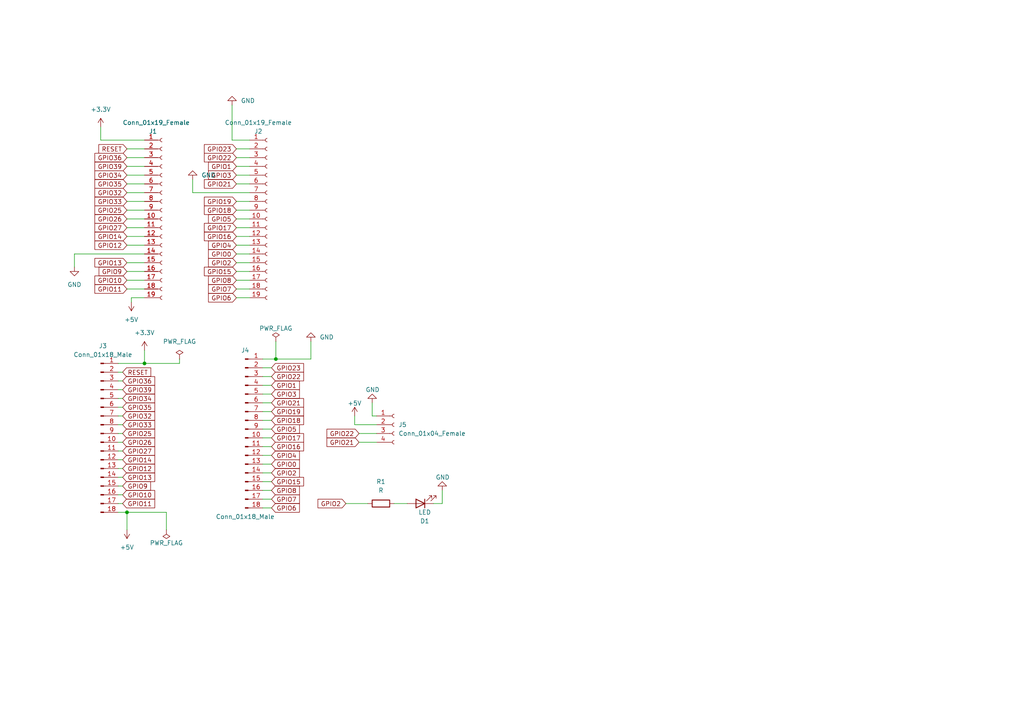
<source format=kicad_sch>
(kicad_sch (version 20211123) (generator eeschema)

  (uuid 31ee2d18-00db-40e6-907a-2bbbec5cd026)

  (paper "A4")

  (lib_symbols
    (symbol "Connector:Conn_01x04_Female" (pin_names (offset 1.016) hide) (in_bom yes) (on_board yes)
      (property "Reference" "J" (id 0) (at 0 5.08 0)
        (effects (font (size 1.27 1.27)))
      )
      (property "Value" "Conn_01x04_Female" (id 1) (at 0 -7.62 0)
        (effects (font (size 1.27 1.27)))
      )
      (property "Footprint" "" (id 2) (at 0 0 0)
        (effects (font (size 1.27 1.27)) hide)
      )
      (property "Datasheet" "~" (id 3) (at 0 0 0)
        (effects (font (size 1.27 1.27)) hide)
      )
      (property "ki_keywords" "connector" (id 4) (at 0 0 0)
        (effects (font (size 1.27 1.27)) hide)
      )
      (property "ki_description" "Generic connector, single row, 01x04, script generated (kicad-library-utils/schlib/autogen/connector/)" (id 5) (at 0 0 0)
        (effects (font (size 1.27 1.27)) hide)
      )
      (property "ki_fp_filters" "Connector*:*_1x??_*" (id 6) (at 0 0 0)
        (effects (font (size 1.27 1.27)) hide)
      )
      (symbol "Conn_01x04_Female_1_1"
        (arc (start 0 -4.572) (mid -0.508 -5.08) (end 0 -5.588)
          (stroke (width 0.1524) (type default) (color 0 0 0 0))
          (fill (type none))
        )
        (arc (start 0 -2.032) (mid -0.508 -2.54) (end 0 -3.048)
          (stroke (width 0.1524) (type default) (color 0 0 0 0))
          (fill (type none))
        )
        (polyline
          (pts
            (xy -1.27 -5.08)
            (xy -0.508 -5.08)
          )
          (stroke (width 0.1524) (type default) (color 0 0 0 0))
          (fill (type none))
        )
        (polyline
          (pts
            (xy -1.27 -2.54)
            (xy -0.508 -2.54)
          )
          (stroke (width 0.1524) (type default) (color 0 0 0 0))
          (fill (type none))
        )
        (polyline
          (pts
            (xy -1.27 0)
            (xy -0.508 0)
          )
          (stroke (width 0.1524) (type default) (color 0 0 0 0))
          (fill (type none))
        )
        (polyline
          (pts
            (xy -1.27 2.54)
            (xy -0.508 2.54)
          )
          (stroke (width 0.1524) (type default) (color 0 0 0 0))
          (fill (type none))
        )
        (arc (start 0 0.508) (mid -0.508 0) (end 0 -0.508)
          (stroke (width 0.1524) (type default) (color 0 0 0 0))
          (fill (type none))
        )
        (arc (start 0 3.048) (mid -0.508 2.54) (end 0 2.032)
          (stroke (width 0.1524) (type default) (color 0 0 0 0))
          (fill (type none))
        )
        (pin passive line (at -5.08 2.54 0) (length 3.81)
          (name "Pin_1" (effects (font (size 1.27 1.27))))
          (number "1" (effects (font (size 1.27 1.27))))
        )
        (pin passive line (at -5.08 0 0) (length 3.81)
          (name "Pin_2" (effects (font (size 1.27 1.27))))
          (number "2" (effects (font (size 1.27 1.27))))
        )
        (pin passive line (at -5.08 -2.54 0) (length 3.81)
          (name "Pin_3" (effects (font (size 1.27 1.27))))
          (number "3" (effects (font (size 1.27 1.27))))
        )
        (pin passive line (at -5.08 -5.08 0) (length 3.81)
          (name "Pin_4" (effects (font (size 1.27 1.27))))
          (number "4" (effects (font (size 1.27 1.27))))
        )
      )
    )
    (symbol "Connector:Conn_01x18_Male" (pin_names (offset 1.016) hide) (in_bom yes) (on_board yes)
      (property "Reference" "J" (id 0) (at 0 22.86 0)
        (effects (font (size 1.27 1.27)))
      )
      (property "Value" "Conn_01x18_Male" (id 1) (at 0 -25.4 0)
        (effects (font (size 1.27 1.27)))
      )
      (property "Footprint" "" (id 2) (at 0 0 0)
        (effects (font (size 1.27 1.27)) hide)
      )
      (property "Datasheet" "~" (id 3) (at 0 0 0)
        (effects (font (size 1.27 1.27)) hide)
      )
      (property "ki_keywords" "connector" (id 4) (at 0 0 0)
        (effects (font (size 1.27 1.27)) hide)
      )
      (property "ki_description" "Generic connector, single row, 01x18, script generated (kicad-library-utils/schlib/autogen/connector/)" (id 5) (at 0 0 0)
        (effects (font (size 1.27 1.27)) hide)
      )
      (property "ki_fp_filters" "Connector*:*_1x??_*" (id 6) (at 0 0 0)
        (effects (font (size 1.27 1.27)) hide)
      )
      (symbol "Conn_01x18_Male_1_1"
        (polyline
          (pts
            (xy 1.27 -22.86)
            (xy 0.8636 -22.86)
          )
          (stroke (width 0.1524) (type default) (color 0 0 0 0))
          (fill (type none))
        )
        (polyline
          (pts
            (xy 1.27 -20.32)
            (xy 0.8636 -20.32)
          )
          (stroke (width 0.1524) (type default) (color 0 0 0 0))
          (fill (type none))
        )
        (polyline
          (pts
            (xy 1.27 -17.78)
            (xy 0.8636 -17.78)
          )
          (stroke (width 0.1524) (type default) (color 0 0 0 0))
          (fill (type none))
        )
        (polyline
          (pts
            (xy 1.27 -15.24)
            (xy 0.8636 -15.24)
          )
          (stroke (width 0.1524) (type default) (color 0 0 0 0))
          (fill (type none))
        )
        (polyline
          (pts
            (xy 1.27 -12.7)
            (xy 0.8636 -12.7)
          )
          (stroke (width 0.1524) (type default) (color 0 0 0 0))
          (fill (type none))
        )
        (polyline
          (pts
            (xy 1.27 -10.16)
            (xy 0.8636 -10.16)
          )
          (stroke (width 0.1524) (type default) (color 0 0 0 0))
          (fill (type none))
        )
        (polyline
          (pts
            (xy 1.27 -7.62)
            (xy 0.8636 -7.62)
          )
          (stroke (width 0.1524) (type default) (color 0 0 0 0))
          (fill (type none))
        )
        (polyline
          (pts
            (xy 1.27 -5.08)
            (xy 0.8636 -5.08)
          )
          (stroke (width 0.1524) (type default) (color 0 0 0 0))
          (fill (type none))
        )
        (polyline
          (pts
            (xy 1.27 -2.54)
            (xy 0.8636 -2.54)
          )
          (stroke (width 0.1524) (type default) (color 0 0 0 0))
          (fill (type none))
        )
        (polyline
          (pts
            (xy 1.27 0)
            (xy 0.8636 0)
          )
          (stroke (width 0.1524) (type default) (color 0 0 0 0))
          (fill (type none))
        )
        (polyline
          (pts
            (xy 1.27 2.54)
            (xy 0.8636 2.54)
          )
          (stroke (width 0.1524) (type default) (color 0 0 0 0))
          (fill (type none))
        )
        (polyline
          (pts
            (xy 1.27 5.08)
            (xy 0.8636 5.08)
          )
          (stroke (width 0.1524) (type default) (color 0 0 0 0))
          (fill (type none))
        )
        (polyline
          (pts
            (xy 1.27 7.62)
            (xy 0.8636 7.62)
          )
          (stroke (width 0.1524) (type default) (color 0 0 0 0))
          (fill (type none))
        )
        (polyline
          (pts
            (xy 1.27 10.16)
            (xy 0.8636 10.16)
          )
          (stroke (width 0.1524) (type default) (color 0 0 0 0))
          (fill (type none))
        )
        (polyline
          (pts
            (xy 1.27 12.7)
            (xy 0.8636 12.7)
          )
          (stroke (width 0.1524) (type default) (color 0 0 0 0))
          (fill (type none))
        )
        (polyline
          (pts
            (xy 1.27 15.24)
            (xy 0.8636 15.24)
          )
          (stroke (width 0.1524) (type default) (color 0 0 0 0))
          (fill (type none))
        )
        (polyline
          (pts
            (xy 1.27 17.78)
            (xy 0.8636 17.78)
          )
          (stroke (width 0.1524) (type default) (color 0 0 0 0))
          (fill (type none))
        )
        (polyline
          (pts
            (xy 1.27 20.32)
            (xy 0.8636 20.32)
          )
          (stroke (width 0.1524) (type default) (color 0 0 0 0))
          (fill (type none))
        )
        (rectangle (start 0.8636 -22.733) (end 0 -22.987)
          (stroke (width 0.1524) (type default) (color 0 0 0 0))
          (fill (type outline))
        )
        (rectangle (start 0.8636 -20.193) (end 0 -20.447)
          (stroke (width 0.1524) (type default) (color 0 0 0 0))
          (fill (type outline))
        )
        (rectangle (start 0.8636 -17.653) (end 0 -17.907)
          (stroke (width 0.1524) (type default) (color 0 0 0 0))
          (fill (type outline))
        )
        (rectangle (start 0.8636 -15.113) (end 0 -15.367)
          (stroke (width 0.1524) (type default) (color 0 0 0 0))
          (fill (type outline))
        )
        (rectangle (start 0.8636 -12.573) (end 0 -12.827)
          (stroke (width 0.1524) (type default) (color 0 0 0 0))
          (fill (type outline))
        )
        (rectangle (start 0.8636 -10.033) (end 0 -10.287)
          (stroke (width 0.1524) (type default) (color 0 0 0 0))
          (fill (type outline))
        )
        (rectangle (start 0.8636 -7.493) (end 0 -7.747)
          (stroke (width 0.1524) (type default) (color 0 0 0 0))
          (fill (type outline))
        )
        (rectangle (start 0.8636 -4.953) (end 0 -5.207)
          (stroke (width 0.1524) (type default) (color 0 0 0 0))
          (fill (type outline))
        )
        (rectangle (start 0.8636 -2.413) (end 0 -2.667)
          (stroke (width 0.1524) (type default) (color 0 0 0 0))
          (fill (type outline))
        )
        (rectangle (start 0.8636 0.127) (end 0 -0.127)
          (stroke (width 0.1524) (type default) (color 0 0 0 0))
          (fill (type outline))
        )
        (rectangle (start 0.8636 2.667) (end 0 2.413)
          (stroke (width 0.1524) (type default) (color 0 0 0 0))
          (fill (type outline))
        )
        (rectangle (start 0.8636 5.207) (end 0 4.953)
          (stroke (width 0.1524) (type default) (color 0 0 0 0))
          (fill (type outline))
        )
        (rectangle (start 0.8636 7.747) (end 0 7.493)
          (stroke (width 0.1524) (type default) (color 0 0 0 0))
          (fill (type outline))
        )
        (rectangle (start 0.8636 10.287) (end 0 10.033)
          (stroke (width 0.1524) (type default) (color 0 0 0 0))
          (fill (type outline))
        )
        (rectangle (start 0.8636 12.827) (end 0 12.573)
          (stroke (width 0.1524) (type default) (color 0 0 0 0))
          (fill (type outline))
        )
        (rectangle (start 0.8636 15.367) (end 0 15.113)
          (stroke (width 0.1524) (type default) (color 0 0 0 0))
          (fill (type outline))
        )
        (rectangle (start 0.8636 17.907) (end 0 17.653)
          (stroke (width 0.1524) (type default) (color 0 0 0 0))
          (fill (type outline))
        )
        (rectangle (start 0.8636 20.447) (end 0 20.193)
          (stroke (width 0.1524) (type default) (color 0 0 0 0))
          (fill (type outline))
        )
        (pin passive line (at 5.08 20.32 180) (length 3.81)
          (name "Pin_1" (effects (font (size 1.27 1.27))))
          (number "1" (effects (font (size 1.27 1.27))))
        )
        (pin passive line (at 5.08 -2.54 180) (length 3.81)
          (name "Pin_10" (effects (font (size 1.27 1.27))))
          (number "10" (effects (font (size 1.27 1.27))))
        )
        (pin passive line (at 5.08 -5.08 180) (length 3.81)
          (name "Pin_11" (effects (font (size 1.27 1.27))))
          (number "11" (effects (font (size 1.27 1.27))))
        )
        (pin passive line (at 5.08 -7.62 180) (length 3.81)
          (name "Pin_12" (effects (font (size 1.27 1.27))))
          (number "12" (effects (font (size 1.27 1.27))))
        )
        (pin passive line (at 5.08 -10.16 180) (length 3.81)
          (name "Pin_13" (effects (font (size 1.27 1.27))))
          (number "13" (effects (font (size 1.27 1.27))))
        )
        (pin passive line (at 5.08 -12.7 180) (length 3.81)
          (name "Pin_14" (effects (font (size 1.27 1.27))))
          (number "14" (effects (font (size 1.27 1.27))))
        )
        (pin passive line (at 5.08 -15.24 180) (length 3.81)
          (name "Pin_15" (effects (font (size 1.27 1.27))))
          (number "15" (effects (font (size 1.27 1.27))))
        )
        (pin passive line (at 5.08 -17.78 180) (length 3.81)
          (name "Pin_16" (effects (font (size 1.27 1.27))))
          (number "16" (effects (font (size 1.27 1.27))))
        )
        (pin passive line (at 5.08 -20.32 180) (length 3.81)
          (name "Pin_17" (effects (font (size 1.27 1.27))))
          (number "17" (effects (font (size 1.27 1.27))))
        )
        (pin passive line (at 5.08 -22.86 180) (length 3.81)
          (name "Pin_18" (effects (font (size 1.27 1.27))))
          (number "18" (effects (font (size 1.27 1.27))))
        )
        (pin passive line (at 5.08 17.78 180) (length 3.81)
          (name "Pin_2" (effects (font (size 1.27 1.27))))
          (number "2" (effects (font (size 1.27 1.27))))
        )
        (pin passive line (at 5.08 15.24 180) (length 3.81)
          (name "Pin_3" (effects (font (size 1.27 1.27))))
          (number "3" (effects (font (size 1.27 1.27))))
        )
        (pin passive line (at 5.08 12.7 180) (length 3.81)
          (name "Pin_4" (effects (font (size 1.27 1.27))))
          (number "4" (effects (font (size 1.27 1.27))))
        )
        (pin passive line (at 5.08 10.16 180) (length 3.81)
          (name "Pin_5" (effects (font (size 1.27 1.27))))
          (number "5" (effects (font (size 1.27 1.27))))
        )
        (pin passive line (at 5.08 7.62 180) (length 3.81)
          (name "Pin_6" (effects (font (size 1.27 1.27))))
          (number "6" (effects (font (size 1.27 1.27))))
        )
        (pin passive line (at 5.08 5.08 180) (length 3.81)
          (name "Pin_7" (effects (font (size 1.27 1.27))))
          (number "7" (effects (font (size 1.27 1.27))))
        )
        (pin passive line (at 5.08 2.54 180) (length 3.81)
          (name "Pin_8" (effects (font (size 1.27 1.27))))
          (number "8" (effects (font (size 1.27 1.27))))
        )
        (pin passive line (at 5.08 0 180) (length 3.81)
          (name "Pin_9" (effects (font (size 1.27 1.27))))
          (number "9" (effects (font (size 1.27 1.27))))
        )
      )
    )
    (symbol "Connector:Conn_01x19_Female" (pin_names (offset 1.016) hide) (in_bom yes) (on_board yes)
      (property "Reference" "J" (id 0) (at 0 25.4 0)
        (effects (font (size 1.27 1.27)))
      )
      (property "Value" "Conn_01x19_Female" (id 1) (at 0 -25.4 0)
        (effects (font (size 1.27 1.27)))
      )
      (property "Footprint" "" (id 2) (at 0 0 0)
        (effects (font (size 1.27 1.27)) hide)
      )
      (property "Datasheet" "~" (id 3) (at 0 0 0)
        (effects (font (size 1.27 1.27)) hide)
      )
      (property "ki_keywords" "connector" (id 4) (at 0 0 0)
        (effects (font (size 1.27 1.27)) hide)
      )
      (property "ki_description" "Generic connector, single row, 01x19, script generated (kicad-library-utils/schlib/autogen/connector/)" (id 5) (at 0 0 0)
        (effects (font (size 1.27 1.27)) hide)
      )
      (property "ki_fp_filters" "Connector*:*_1x??_*" (id 6) (at 0 0 0)
        (effects (font (size 1.27 1.27)) hide)
      )
      (symbol "Conn_01x19_Female_1_1"
        (arc (start 0 -22.352) (mid -0.508 -22.86) (end 0 -23.368)
          (stroke (width 0.1524) (type default) (color 0 0 0 0))
          (fill (type none))
        )
        (arc (start 0 -19.812) (mid -0.508 -20.32) (end 0 -20.828)
          (stroke (width 0.1524) (type default) (color 0 0 0 0))
          (fill (type none))
        )
        (arc (start 0 -17.272) (mid -0.508 -17.78) (end 0 -18.288)
          (stroke (width 0.1524) (type default) (color 0 0 0 0))
          (fill (type none))
        )
        (arc (start 0 -14.732) (mid -0.508 -15.24) (end 0 -15.748)
          (stroke (width 0.1524) (type default) (color 0 0 0 0))
          (fill (type none))
        )
        (arc (start 0 -12.192) (mid -0.508 -12.7) (end 0 -13.208)
          (stroke (width 0.1524) (type default) (color 0 0 0 0))
          (fill (type none))
        )
        (arc (start 0 -9.652) (mid -0.508 -10.16) (end 0 -10.668)
          (stroke (width 0.1524) (type default) (color 0 0 0 0))
          (fill (type none))
        )
        (arc (start 0 -7.112) (mid -0.508 -7.62) (end 0 -8.128)
          (stroke (width 0.1524) (type default) (color 0 0 0 0))
          (fill (type none))
        )
        (arc (start 0 -4.572) (mid -0.508 -5.08) (end 0 -5.588)
          (stroke (width 0.1524) (type default) (color 0 0 0 0))
          (fill (type none))
        )
        (arc (start 0 -2.032) (mid -0.508 -2.54) (end 0 -3.048)
          (stroke (width 0.1524) (type default) (color 0 0 0 0))
          (fill (type none))
        )
        (polyline
          (pts
            (xy -1.27 -22.86)
            (xy -0.508 -22.86)
          )
          (stroke (width 0.1524) (type default) (color 0 0 0 0))
          (fill (type none))
        )
        (polyline
          (pts
            (xy -1.27 -20.32)
            (xy -0.508 -20.32)
          )
          (stroke (width 0.1524) (type default) (color 0 0 0 0))
          (fill (type none))
        )
        (polyline
          (pts
            (xy -1.27 -17.78)
            (xy -0.508 -17.78)
          )
          (stroke (width 0.1524) (type default) (color 0 0 0 0))
          (fill (type none))
        )
        (polyline
          (pts
            (xy -1.27 -15.24)
            (xy -0.508 -15.24)
          )
          (stroke (width 0.1524) (type default) (color 0 0 0 0))
          (fill (type none))
        )
        (polyline
          (pts
            (xy -1.27 -12.7)
            (xy -0.508 -12.7)
          )
          (stroke (width 0.1524) (type default) (color 0 0 0 0))
          (fill (type none))
        )
        (polyline
          (pts
            (xy -1.27 -10.16)
            (xy -0.508 -10.16)
          )
          (stroke (width 0.1524) (type default) (color 0 0 0 0))
          (fill (type none))
        )
        (polyline
          (pts
            (xy -1.27 -7.62)
            (xy -0.508 -7.62)
          )
          (stroke (width 0.1524) (type default) (color 0 0 0 0))
          (fill (type none))
        )
        (polyline
          (pts
            (xy -1.27 -5.08)
            (xy -0.508 -5.08)
          )
          (stroke (width 0.1524) (type default) (color 0 0 0 0))
          (fill (type none))
        )
        (polyline
          (pts
            (xy -1.27 -2.54)
            (xy -0.508 -2.54)
          )
          (stroke (width 0.1524) (type default) (color 0 0 0 0))
          (fill (type none))
        )
        (polyline
          (pts
            (xy -1.27 0)
            (xy -0.508 0)
          )
          (stroke (width 0.1524) (type default) (color 0 0 0 0))
          (fill (type none))
        )
        (polyline
          (pts
            (xy -1.27 2.54)
            (xy -0.508 2.54)
          )
          (stroke (width 0.1524) (type default) (color 0 0 0 0))
          (fill (type none))
        )
        (polyline
          (pts
            (xy -1.27 5.08)
            (xy -0.508 5.08)
          )
          (stroke (width 0.1524) (type default) (color 0 0 0 0))
          (fill (type none))
        )
        (polyline
          (pts
            (xy -1.27 7.62)
            (xy -0.508 7.62)
          )
          (stroke (width 0.1524) (type default) (color 0 0 0 0))
          (fill (type none))
        )
        (polyline
          (pts
            (xy -1.27 10.16)
            (xy -0.508 10.16)
          )
          (stroke (width 0.1524) (type default) (color 0 0 0 0))
          (fill (type none))
        )
        (polyline
          (pts
            (xy -1.27 12.7)
            (xy -0.508 12.7)
          )
          (stroke (width 0.1524) (type default) (color 0 0 0 0))
          (fill (type none))
        )
        (polyline
          (pts
            (xy -1.27 15.24)
            (xy -0.508 15.24)
          )
          (stroke (width 0.1524) (type default) (color 0 0 0 0))
          (fill (type none))
        )
        (polyline
          (pts
            (xy -1.27 17.78)
            (xy -0.508 17.78)
          )
          (stroke (width 0.1524) (type default) (color 0 0 0 0))
          (fill (type none))
        )
        (polyline
          (pts
            (xy -1.27 20.32)
            (xy -0.508 20.32)
          )
          (stroke (width 0.1524) (type default) (color 0 0 0 0))
          (fill (type none))
        )
        (polyline
          (pts
            (xy -1.27 22.86)
            (xy -0.508 22.86)
          )
          (stroke (width 0.1524) (type default) (color 0 0 0 0))
          (fill (type none))
        )
        (arc (start 0 0.508) (mid -0.508 0) (end 0 -0.508)
          (stroke (width 0.1524) (type default) (color 0 0 0 0))
          (fill (type none))
        )
        (arc (start 0 3.048) (mid -0.508 2.54) (end 0 2.032)
          (stroke (width 0.1524) (type default) (color 0 0 0 0))
          (fill (type none))
        )
        (arc (start 0 5.588) (mid -0.508 5.08) (end 0 4.572)
          (stroke (width 0.1524) (type default) (color 0 0 0 0))
          (fill (type none))
        )
        (arc (start 0 8.128) (mid -0.508 7.62) (end 0 7.112)
          (stroke (width 0.1524) (type default) (color 0 0 0 0))
          (fill (type none))
        )
        (arc (start 0 10.668) (mid -0.508 10.16) (end 0 9.652)
          (stroke (width 0.1524) (type default) (color 0 0 0 0))
          (fill (type none))
        )
        (arc (start 0 13.208) (mid -0.508 12.7) (end 0 12.192)
          (stroke (width 0.1524) (type default) (color 0 0 0 0))
          (fill (type none))
        )
        (arc (start 0 15.748) (mid -0.508 15.24) (end 0 14.732)
          (stroke (width 0.1524) (type default) (color 0 0 0 0))
          (fill (type none))
        )
        (arc (start 0 18.288) (mid -0.508 17.78) (end 0 17.272)
          (stroke (width 0.1524) (type default) (color 0 0 0 0))
          (fill (type none))
        )
        (arc (start 0 20.828) (mid -0.508 20.32) (end 0 19.812)
          (stroke (width 0.1524) (type default) (color 0 0 0 0))
          (fill (type none))
        )
        (arc (start 0 23.368) (mid -0.508 22.86) (end 0 22.352)
          (stroke (width 0.1524) (type default) (color 0 0 0 0))
          (fill (type none))
        )
        (pin passive line (at -5.08 22.86 0) (length 3.81)
          (name "Pin_1" (effects (font (size 1.27 1.27))))
          (number "1" (effects (font (size 1.27 1.27))))
        )
        (pin passive line (at -5.08 0 0) (length 3.81)
          (name "Pin_10" (effects (font (size 1.27 1.27))))
          (number "10" (effects (font (size 1.27 1.27))))
        )
        (pin passive line (at -5.08 -2.54 0) (length 3.81)
          (name "Pin_11" (effects (font (size 1.27 1.27))))
          (number "11" (effects (font (size 1.27 1.27))))
        )
        (pin passive line (at -5.08 -5.08 0) (length 3.81)
          (name "Pin_12" (effects (font (size 1.27 1.27))))
          (number "12" (effects (font (size 1.27 1.27))))
        )
        (pin passive line (at -5.08 -7.62 0) (length 3.81)
          (name "Pin_13" (effects (font (size 1.27 1.27))))
          (number "13" (effects (font (size 1.27 1.27))))
        )
        (pin passive line (at -5.08 -10.16 0) (length 3.81)
          (name "Pin_14" (effects (font (size 1.27 1.27))))
          (number "14" (effects (font (size 1.27 1.27))))
        )
        (pin passive line (at -5.08 -12.7 0) (length 3.81)
          (name "Pin_15" (effects (font (size 1.27 1.27))))
          (number "15" (effects (font (size 1.27 1.27))))
        )
        (pin passive line (at -5.08 -15.24 0) (length 3.81)
          (name "Pin_16" (effects (font (size 1.27 1.27))))
          (number "16" (effects (font (size 1.27 1.27))))
        )
        (pin passive line (at -5.08 -17.78 0) (length 3.81)
          (name "Pin_17" (effects (font (size 1.27 1.27))))
          (number "17" (effects (font (size 1.27 1.27))))
        )
        (pin passive line (at -5.08 -20.32 0) (length 3.81)
          (name "Pin_18" (effects (font (size 1.27 1.27))))
          (number "18" (effects (font (size 1.27 1.27))))
        )
        (pin passive line (at -5.08 -22.86 0) (length 3.81)
          (name "Pin_19" (effects (font (size 1.27 1.27))))
          (number "19" (effects (font (size 1.27 1.27))))
        )
        (pin passive line (at -5.08 20.32 0) (length 3.81)
          (name "Pin_2" (effects (font (size 1.27 1.27))))
          (number "2" (effects (font (size 1.27 1.27))))
        )
        (pin passive line (at -5.08 17.78 0) (length 3.81)
          (name "Pin_3" (effects (font (size 1.27 1.27))))
          (number "3" (effects (font (size 1.27 1.27))))
        )
        (pin passive line (at -5.08 15.24 0) (length 3.81)
          (name "Pin_4" (effects (font (size 1.27 1.27))))
          (number "4" (effects (font (size 1.27 1.27))))
        )
        (pin passive line (at -5.08 12.7 0) (length 3.81)
          (name "Pin_5" (effects (font (size 1.27 1.27))))
          (number "5" (effects (font (size 1.27 1.27))))
        )
        (pin passive line (at -5.08 10.16 0) (length 3.81)
          (name "Pin_6" (effects (font (size 1.27 1.27))))
          (number "6" (effects (font (size 1.27 1.27))))
        )
        (pin passive line (at -5.08 7.62 0) (length 3.81)
          (name "Pin_7" (effects (font (size 1.27 1.27))))
          (number "7" (effects (font (size 1.27 1.27))))
        )
        (pin passive line (at -5.08 5.08 0) (length 3.81)
          (name "Pin_8" (effects (font (size 1.27 1.27))))
          (number "8" (effects (font (size 1.27 1.27))))
        )
        (pin passive line (at -5.08 2.54 0) (length 3.81)
          (name "Pin_9" (effects (font (size 1.27 1.27))))
          (number "9" (effects (font (size 1.27 1.27))))
        )
      )
    )
    (symbol "Device:LED" (pin_numbers hide) (pin_names (offset 1.016) hide) (in_bom yes) (on_board yes)
      (property "Reference" "D" (id 0) (at 0 2.54 0)
        (effects (font (size 1.27 1.27)))
      )
      (property "Value" "LED" (id 1) (at 0 -2.54 0)
        (effects (font (size 1.27 1.27)))
      )
      (property "Footprint" "" (id 2) (at 0 0 0)
        (effects (font (size 1.27 1.27)) hide)
      )
      (property "Datasheet" "~" (id 3) (at 0 0 0)
        (effects (font (size 1.27 1.27)) hide)
      )
      (property "ki_keywords" "LED diode" (id 4) (at 0 0 0)
        (effects (font (size 1.27 1.27)) hide)
      )
      (property "ki_description" "Light emitting diode" (id 5) (at 0 0 0)
        (effects (font (size 1.27 1.27)) hide)
      )
      (property "ki_fp_filters" "LED* LED_SMD:* LED_THT:*" (id 6) (at 0 0 0)
        (effects (font (size 1.27 1.27)) hide)
      )
      (symbol "LED_0_1"
        (polyline
          (pts
            (xy -1.27 -1.27)
            (xy -1.27 1.27)
          )
          (stroke (width 0.254) (type default) (color 0 0 0 0))
          (fill (type none))
        )
        (polyline
          (pts
            (xy -1.27 0)
            (xy 1.27 0)
          )
          (stroke (width 0) (type default) (color 0 0 0 0))
          (fill (type none))
        )
        (polyline
          (pts
            (xy 1.27 -1.27)
            (xy 1.27 1.27)
            (xy -1.27 0)
            (xy 1.27 -1.27)
          )
          (stroke (width 0.254) (type default) (color 0 0 0 0))
          (fill (type none))
        )
        (polyline
          (pts
            (xy -3.048 -0.762)
            (xy -4.572 -2.286)
            (xy -3.81 -2.286)
            (xy -4.572 -2.286)
            (xy -4.572 -1.524)
          )
          (stroke (width 0) (type default) (color 0 0 0 0))
          (fill (type none))
        )
        (polyline
          (pts
            (xy -1.778 -0.762)
            (xy -3.302 -2.286)
            (xy -2.54 -2.286)
            (xy -3.302 -2.286)
            (xy -3.302 -1.524)
          )
          (stroke (width 0) (type default) (color 0 0 0 0))
          (fill (type none))
        )
      )
      (symbol "LED_1_1"
        (pin passive line (at -3.81 0 0) (length 2.54)
          (name "K" (effects (font (size 1.27 1.27))))
          (number "1" (effects (font (size 1.27 1.27))))
        )
        (pin passive line (at 3.81 0 180) (length 2.54)
          (name "A" (effects (font (size 1.27 1.27))))
          (number "2" (effects (font (size 1.27 1.27))))
        )
      )
    )
    (symbol "Device:R" (pin_numbers hide) (pin_names (offset 0)) (in_bom yes) (on_board yes)
      (property "Reference" "R" (id 0) (at 2.032 0 90)
        (effects (font (size 1.27 1.27)))
      )
      (property "Value" "R" (id 1) (at 0 0 90)
        (effects (font (size 1.27 1.27)))
      )
      (property "Footprint" "" (id 2) (at -1.778 0 90)
        (effects (font (size 1.27 1.27)) hide)
      )
      (property "Datasheet" "~" (id 3) (at 0 0 0)
        (effects (font (size 1.27 1.27)) hide)
      )
      (property "ki_keywords" "R res resistor" (id 4) (at 0 0 0)
        (effects (font (size 1.27 1.27)) hide)
      )
      (property "ki_description" "Resistor" (id 5) (at 0 0 0)
        (effects (font (size 1.27 1.27)) hide)
      )
      (property "ki_fp_filters" "R_*" (id 6) (at 0 0 0)
        (effects (font (size 1.27 1.27)) hide)
      )
      (symbol "R_0_1"
        (rectangle (start -1.016 -2.54) (end 1.016 2.54)
          (stroke (width 0.254) (type default) (color 0 0 0 0))
          (fill (type none))
        )
      )
      (symbol "R_1_1"
        (pin passive line (at 0 3.81 270) (length 1.27)
          (name "~" (effects (font (size 1.27 1.27))))
          (number "1" (effects (font (size 1.27 1.27))))
        )
        (pin passive line (at 0 -3.81 90) (length 1.27)
          (name "~" (effects (font (size 1.27 1.27))))
          (number "2" (effects (font (size 1.27 1.27))))
        )
      )
    )
    (symbol "power:+3.3V" (power) (pin_names (offset 0)) (in_bom yes) (on_board yes)
      (property "Reference" "#PWR" (id 0) (at 0 -3.81 0)
        (effects (font (size 1.27 1.27)) hide)
      )
      (property "Value" "+3.3V" (id 1) (at 0 3.556 0)
        (effects (font (size 1.27 1.27)))
      )
      (property "Footprint" "" (id 2) (at 0 0 0)
        (effects (font (size 1.27 1.27)) hide)
      )
      (property "Datasheet" "" (id 3) (at 0 0 0)
        (effects (font (size 1.27 1.27)) hide)
      )
      (property "ki_keywords" "power-flag" (id 4) (at 0 0 0)
        (effects (font (size 1.27 1.27)) hide)
      )
      (property "ki_description" "Power symbol creates a global label with name \"+3.3V\"" (id 5) (at 0 0 0)
        (effects (font (size 1.27 1.27)) hide)
      )
      (symbol "+3.3V_0_1"
        (polyline
          (pts
            (xy -0.762 1.27)
            (xy 0 2.54)
          )
          (stroke (width 0) (type default) (color 0 0 0 0))
          (fill (type none))
        )
        (polyline
          (pts
            (xy 0 0)
            (xy 0 2.54)
          )
          (stroke (width 0) (type default) (color 0 0 0 0))
          (fill (type none))
        )
        (polyline
          (pts
            (xy 0 2.54)
            (xy 0.762 1.27)
          )
          (stroke (width 0) (type default) (color 0 0 0 0))
          (fill (type none))
        )
      )
      (symbol "+3.3V_1_1"
        (pin power_in line (at 0 0 90) (length 0) hide
          (name "+3.3V" (effects (font (size 1.27 1.27))))
          (number "1" (effects (font (size 1.27 1.27))))
        )
      )
    )
    (symbol "power:+5V" (power) (pin_names (offset 0)) (in_bom yes) (on_board yes)
      (property "Reference" "#PWR" (id 0) (at 0 -3.81 0)
        (effects (font (size 1.27 1.27)) hide)
      )
      (property "Value" "+5V" (id 1) (at 0 3.556 0)
        (effects (font (size 1.27 1.27)))
      )
      (property "Footprint" "" (id 2) (at 0 0 0)
        (effects (font (size 1.27 1.27)) hide)
      )
      (property "Datasheet" "" (id 3) (at 0 0 0)
        (effects (font (size 1.27 1.27)) hide)
      )
      (property "ki_keywords" "power-flag" (id 4) (at 0 0 0)
        (effects (font (size 1.27 1.27)) hide)
      )
      (property "ki_description" "Power symbol creates a global label with name \"+5V\"" (id 5) (at 0 0 0)
        (effects (font (size 1.27 1.27)) hide)
      )
      (symbol "+5V_0_1"
        (polyline
          (pts
            (xy -0.762 1.27)
            (xy 0 2.54)
          )
          (stroke (width 0) (type default) (color 0 0 0 0))
          (fill (type none))
        )
        (polyline
          (pts
            (xy 0 0)
            (xy 0 2.54)
          )
          (stroke (width 0) (type default) (color 0 0 0 0))
          (fill (type none))
        )
        (polyline
          (pts
            (xy 0 2.54)
            (xy 0.762 1.27)
          )
          (stroke (width 0) (type default) (color 0 0 0 0))
          (fill (type none))
        )
      )
      (symbol "+5V_1_1"
        (pin power_in line (at 0 0 90) (length 0) hide
          (name "+5V" (effects (font (size 1.27 1.27))))
          (number "1" (effects (font (size 1.27 1.27))))
        )
      )
    )
    (symbol "power:GND" (power) (pin_names (offset 0)) (in_bom yes) (on_board yes)
      (property "Reference" "#PWR" (id 0) (at 0 -6.35 0)
        (effects (font (size 1.27 1.27)) hide)
      )
      (property "Value" "GND" (id 1) (at 0 -3.81 0)
        (effects (font (size 1.27 1.27)))
      )
      (property "Footprint" "" (id 2) (at 0 0 0)
        (effects (font (size 1.27 1.27)) hide)
      )
      (property "Datasheet" "" (id 3) (at 0 0 0)
        (effects (font (size 1.27 1.27)) hide)
      )
      (property "ki_keywords" "power-flag" (id 4) (at 0 0 0)
        (effects (font (size 1.27 1.27)) hide)
      )
      (property "ki_description" "Power symbol creates a global label with name \"GND\" , ground" (id 5) (at 0 0 0)
        (effects (font (size 1.27 1.27)) hide)
      )
      (symbol "GND_0_1"
        (polyline
          (pts
            (xy 0 0)
            (xy 0 -1.27)
            (xy 1.27 -1.27)
            (xy 0 -2.54)
            (xy -1.27 -1.27)
            (xy 0 -1.27)
          )
          (stroke (width 0) (type default) (color 0 0 0 0))
          (fill (type none))
        )
      )
      (symbol "GND_1_1"
        (pin power_in line (at 0 0 270) (length 0) hide
          (name "GND" (effects (font (size 1.27 1.27))))
          (number "1" (effects (font (size 1.27 1.27))))
        )
      )
    )
    (symbol "power:PWR_FLAG" (power) (pin_numbers hide) (pin_names (offset 0) hide) (in_bom yes) (on_board yes)
      (property "Reference" "#FLG" (id 0) (at 0 1.905 0)
        (effects (font (size 1.27 1.27)) hide)
      )
      (property "Value" "PWR_FLAG" (id 1) (at 0 3.81 0)
        (effects (font (size 1.27 1.27)))
      )
      (property "Footprint" "" (id 2) (at 0 0 0)
        (effects (font (size 1.27 1.27)) hide)
      )
      (property "Datasheet" "~" (id 3) (at 0 0 0)
        (effects (font (size 1.27 1.27)) hide)
      )
      (property "ki_keywords" "power-flag" (id 4) (at 0 0 0)
        (effects (font (size 1.27 1.27)) hide)
      )
      (property "ki_description" "Special symbol for telling ERC where power comes from" (id 5) (at 0 0 0)
        (effects (font (size 1.27 1.27)) hide)
      )
      (symbol "PWR_FLAG_0_0"
        (pin power_out line (at 0 0 90) (length 0)
          (name "pwr" (effects (font (size 1.27 1.27))))
          (number "1" (effects (font (size 1.27 1.27))))
        )
      )
      (symbol "PWR_FLAG_0_1"
        (polyline
          (pts
            (xy 0 0)
            (xy 0 1.27)
            (xy -1.016 1.905)
            (xy 0 2.54)
            (xy 1.016 1.905)
            (xy 0 1.27)
          )
          (stroke (width 0) (type default) (color 0 0 0 0))
          (fill (type none))
        )
      )
    )
  )

  (junction (at 36.83 148.59) (diameter 0) (color 0 0 0 0)
    (uuid 122b01be-dcb0-4585-8be1-38a597b63ab9)
  )
  (junction (at 80.01 104.14) (diameter 0) (color 0 0 0 0)
    (uuid 279c2527-f61f-42f8-86cf-ae7fda1f266e)
  )
  (junction (at 41.91 105.41) (diameter 0) (color 0 0 0 0)
    (uuid 2b8771ef-ab6b-438b-bde6-8cc84e83eb5b)
  )

  (wire (pts (xy 76.2 127) (xy 78.74 127))
    (stroke (width 0) (type default) (color 0 0 0 0))
    (uuid 00cf656d-1b0c-471a-866e-64531dd5b4a9)
  )
  (wire (pts (xy 34.29 146.05) (xy 35.56 146.05))
    (stroke (width 0) (type default) (color 0 0 0 0))
    (uuid 032438ed-5160-4949-8265-5220e3b4fa8d)
  )
  (wire (pts (xy 36.83 78.74) (xy 41.91 78.74))
    (stroke (width 0) (type default) (color 0 0 0 0))
    (uuid 03302d59-d7fc-4561-bc44-4bd98fe7e267)
  )
  (wire (pts (xy 36.83 83.82) (xy 41.91 83.82))
    (stroke (width 0) (type default) (color 0 0 0 0))
    (uuid 038b4ff2-2977-4369-94a3-b0203c3bf7ba)
  )
  (wire (pts (xy 34.29 135.89) (xy 35.56 135.89))
    (stroke (width 0) (type default) (color 0 0 0 0))
    (uuid 0552a3db-ff9b-435d-80cc-7e4e104e3cd2)
  )
  (wire (pts (xy 36.83 48.26) (xy 41.91 48.26))
    (stroke (width 0) (type default) (color 0 0 0 0))
    (uuid 092cb1bd-4534-438f-88df-b86ea5ab0c04)
  )
  (wire (pts (xy 34.29 143.51) (xy 35.56 143.51))
    (stroke (width 0) (type default) (color 0 0 0 0))
    (uuid 0afc7131-06b6-4009-9b49-c85bf8c0aadb)
  )
  (wire (pts (xy 107.95 116.84) (xy 107.95 120.65))
    (stroke (width 0) (type default) (color 0 0 0 0))
    (uuid 0ed11b84-f2f1-4f85-ade1-cef18d295aaa)
  )
  (wire (pts (xy 68.58 68.58) (xy 72.39 68.58))
    (stroke (width 0) (type default) (color 0 0 0 0))
    (uuid 130d4ef3-875e-4749-8040-397b7f3d4df5)
  )
  (wire (pts (xy 67.31 30.48) (xy 67.31 40.64))
    (stroke (width 0) (type default) (color 0 0 0 0))
    (uuid 1322f381-9441-478c-994f-5cf03e6155cf)
  )
  (wire (pts (xy 68.58 43.18) (xy 72.39 43.18))
    (stroke (width 0) (type default) (color 0 0 0 0))
    (uuid 13ccfcce-7083-46fa-b821-bb4f6c8f3fbc)
  )
  (wire (pts (xy 34.29 120.65) (xy 35.56 120.65))
    (stroke (width 0) (type default) (color 0 0 0 0))
    (uuid 1446613b-346c-4681-81f0-288afec2d62f)
  )
  (wire (pts (xy 48.26 148.59) (xy 36.83 148.59))
    (stroke (width 0) (type default) (color 0 0 0 0))
    (uuid 15e766e4-5f4c-45ab-9e88-71c92a1fe923)
  )
  (wire (pts (xy 52.07 105.41) (xy 41.91 105.41))
    (stroke (width 0) (type default) (color 0 0 0 0))
    (uuid 175719d8-301a-4e9e-b4e8-0ea562c344e3)
  )
  (wire (pts (xy 109.22 123.19) (xy 102.87 123.19))
    (stroke (width 0) (type default) (color 0 0 0 0))
    (uuid 19041d70-3f8c-4650-8432-7805b11257f6)
  )
  (wire (pts (xy 41.91 73.66) (xy 21.59 73.66))
    (stroke (width 0) (type default) (color 0 0 0 0))
    (uuid 1b413389-169d-43fc-950e-366301a285b5)
  )
  (wire (pts (xy 48.26 153.67) (xy 48.26 148.59))
    (stroke (width 0) (type default) (color 0 0 0 0))
    (uuid 1bc74ebc-6dac-4b73-ab6c-da114b29d43a)
  )
  (wire (pts (xy 36.83 53.34) (xy 41.91 53.34))
    (stroke (width 0) (type default) (color 0 0 0 0))
    (uuid 1e3b5e24-adf5-4c0c-bd6a-d5b53814213c)
  )
  (wire (pts (xy 68.58 83.82) (xy 72.39 83.82))
    (stroke (width 0) (type default) (color 0 0 0 0))
    (uuid 2126e79b-d752-4e8b-8e5e-a80d4b79b519)
  )
  (wire (pts (xy 34.29 148.59) (xy 36.83 148.59))
    (stroke (width 0) (type default) (color 0 0 0 0))
    (uuid 21d5369a-fbc2-4330-98eb-086c82742a36)
  )
  (wire (pts (xy 76.2 114.3) (xy 78.74 114.3))
    (stroke (width 0) (type default) (color 0 0 0 0))
    (uuid 24b5a47e-9a1f-4f1c-af70-61f6ac682319)
  )
  (wire (pts (xy 68.58 86.36) (xy 72.39 86.36))
    (stroke (width 0) (type default) (color 0 0 0 0))
    (uuid 27f80773-9c4e-4a72-bb76-a9674d3f6ed0)
  )
  (wire (pts (xy 41.91 86.36) (xy 38.1 86.36))
    (stroke (width 0) (type default) (color 0 0 0 0))
    (uuid 28d349f2-20ae-4845-b0fd-5d76fb724a51)
  )
  (wire (pts (xy 55.88 55.88) (xy 55.88 52.07))
    (stroke (width 0) (type default) (color 0 0 0 0))
    (uuid 314b4899-2f25-442f-ae3e-f20680c09320)
  )
  (wire (pts (xy 36.83 148.59) (xy 36.83 153.67))
    (stroke (width 0) (type default) (color 0 0 0 0))
    (uuid 32c11218-649f-4fd2-95be-b725072b4c97)
  )
  (wire (pts (xy 80.01 99.06) (xy 80.01 104.14))
    (stroke (width 0) (type default) (color 0 0 0 0))
    (uuid 34e6003d-5bb3-4234-a593-1c5a120326ef)
  )
  (wire (pts (xy 76.2 104.14) (xy 80.01 104.14))
    (stroke (width 0) (type default) (color 0 0 0 0))
    (uuid 35a7ac13-fdb6-4c1d-91a7-f63097594895)
  )
  (wire (pts (xy 76.2 109.22) (xy 78.74 109.22))
    (stroke (width 0) (type default) (color 0 0 0 0))
    (uuid 35b7bc32-3f5d-46d6-ad5e-21bb0862f8c7)
  )
  (wire (pts (xy 34.29 125.73) (xy 35.56 125.73))
    (stroke (width 0) (type default) (color 0 0 0 0))
    (uuid 36c19edb-ff8c-47a3-8c29-037d4aec5020)
  )
  (wire (pts (xy 34.29 105.41) (xy 41.91 105.41))
    (stroke (width 0) (type default) (color 0 0 0 0))
    (uuid 3ec93f7d-eed9-467f-8406-edcadd4bc889)
  )
  (wire (pts (xy 36.83 55.88) (xy 41.91 55.88))
    (stroke (width 0) (type default) (color 0 0 0 0))
    (uuid 44a9851d-e3b8-4be0-940e-c80d7677f7f1)
  )
  (wire (pts (xy 109.22 120.65) (xy 107.95 120.65))
    (stroke (width 0) (type default) (color 0 0 0 0))
    (uuid 4dccc6a3-0caa-48d6-8a2f-170e972165c4)
  )
  (wire (pts (xy 21.59 73.66) (xy 21.59 77.47))
    (stroke (width 0) (type default) (color 0 0 0 0))
    (uuid 4f1fb249-1c2e-45da-8fd3-e153e12394f3)
  )
  (wire (pts (xy 68.58 50.8) (xy 72.39 50.8))
    (stroke (width 0) (type default) (color 0 0 0 0))
    (uuid 511e9c7f-e051-4d65-97bf-8c430b903a9c)
  )
  (wire (pts (xy 68.58 48.26) (xy 72.39 48.26))
    (stroke (width 0) (type default) (color 0 0 0 0))
    (uuid 53d77bae-9e6d-47de-b684-02fb7ac05fac)
  )
  (wire (pts (xy 34.29 140.97) (xy 35.56 140.97))
    (stroke (width 0) (type default) (color 0 0 0 0))
    (uuid 5429b557-384a-494d-80e6-27131b18e142)
  )
  (wire (pts (xy 76.2 139.7) (xy 78.74 139.7))
    (stroke (width 0) (type default) (color 0 0 0 0))
    (uuid 54508141-db6b-4d42-b7b9-c531911a7b06)
  )
  (wire (pts (xy 29.21 36.83) (xy 29.21 40.64))
    (stroke (width 0) (type default) (color 0 0 0 0))
    (uuid 55d9f2d7-f2d0-4c29-a8bd-7ccf65b1616f)
  )
  (wire (pts (xy 104.14 125.73) (xy 109.22 125.73))
    (stroke (width 0) (type default) (color 0 0 0 0))
    (uuid 57def643-f220-4dc9-84c1-05d05a4bbfd3)
  )
  (wire (pts (xy 68.58 81.28) (xy 72.39 81.28))
    (stroke (width 0) (type default) (color 0 0 0 0))
    (uuid 5908ed83-4188-4136-b0f8-b59bd6bda796)
  )
  (wire (pts (xy 72.39 55.88) (xy 55.88 55.88))
    (stroke (width 0) (type default) (color 0 0 0 0))
    (uuid 5a32ab4e-be3c-4263-97d9-407e7b4e39e3)
  )
  (wire (pts (xy 34.29 128.27) (xy 35.56 128.27))
    (stroke (width 0) (type default) (color 0 0 0 0))
    (uuid 5b1c1747-9a4d-4765-ac7e-3704efdb6410)
  )
  (wire (pts (xy 76.2 147.32) (xy 78.74 147.32))
    (stroke (width 0) (type default) (color 0 0 0 0))
    (uuid 5c759b82-6828-42ff-aaad-ca9565af0e75)
  )
  (wire (pts (xy 34.29 115.57) (xy 35.56 115.57))
    (stroke (width 0) (type default) (color 0 0 0 0))
    (uuid 5d07a62d-f00a-4eb8-a6ae-33316601f1db)
  )
  (wire (pts (xy 68.58 78.74) (xy 72.39 78.74))
    (stroke (width 0) (type default) (color 0 0 0 0))
    (uuid 5d80bd60-c531-4096-b8b5-fa0716436efc)
  )
  (wire (pts (xy 68.58 76.2) (xy 72.39 76.2))
    (stroke (width 0) (type default) (color 0 0 0 0))
    (uuid 5dbb0884-951a-404f-8f6a-23a588f2a126)
  )
  (wire (pts (xy 128.27 146.05) (xy 128.27 142.24))
    (stroke (width 0) (type default) (color 0 0 0 0))
    (uuid 60c83ce4-5f09-4add-85d6-f2f2049338d9)
  )
  (wire (pts (xy 68.58 71.12) (xy 72.39 71.12))
    (stroke (width 0) (type default) (color 0 0 0 0))
    (uuid 678e7c57-b741-48b0-aff8-4e00ca0fed98)
  )
  (wire (pts (xy 76.2 124.46) (xy 78.74 124.46))
    (stroke (width 0) (type default) (color 0 0 0 0))
    (uuid 6cf87ee7-0519-4bcc-b2e8-6014d545c9f9)
  )
  (wire (pts (xy 76.2 119.38) (xy 78.74 119.38))
    (stroke (width 0) (type default) (color 0 0 0 0))
    (uuid 6e25b82c-c185-439f-af0a-fc28fa1ccfba)
  )
  (wire (pts (xy 100.33 146.05) (xy 106.68 146.05))
    (stroke (width 0) (type default) (color 0 0 0 0))
    (uuid 713fe0eb-91f9-4f25-bb67-9ac47043b1f6)
  )
  (wire (pts (xy 36.83 76.2) (xy 41.91 76.2))
    (stroke (width 0) (type default) (color 0 0 0 0))
    (uuid 772aea1c-7848-44da-b915-7386836b176d)
  )
  (wire (pts (xy 36.83 81.28) (xy 41.91 81.28))
    (stroke (width 0) (type default) (color 0 0 0 0))
    (uuid 776fed6d-e461-420c-b2ce-d66df6221d54)
  )
  (wire (pts (xy 34.29 133.35) (xy 35.56 133.35))
    (stroke (width 0) (type default) (color 0 0 0 0))
    (uuid 7ad9410b-30ad-4cfc-a772-399de83e9b56)
  )
  (wire (pts (xy 41.91 105.41) (xy 41.91 101.6))
    (stroke (width 0) (type default) (color 0 0 0 0))
    (uuid 7c7084e0-3c1b-4020-b230-bda9b9554fc6)
  )
  (wire (pts (xy 125.73 146.05) (xy 128.27 146.05))
    (stroke (width 0) (type default) (color 0 0 0 0))
    (uuid 7c92af2f-e593-4f1a-a3bb-9b162dbe2d2d)
  )
  (wire (pts (xy 102.87 123.19) (xy 102.87 120.65))
    (stroke (width 0) (type default) (color 0 0 0 0))
    (uuid 7d9740af-d0c5-466f-90dd-1869474080aa)
  )
  (wire (pts (xy 68.58 66.04) (xy 72.39 66.04))
    (stroke (width 0) (type default) (color 0 0 0 0))
    (uuid 7f6d83de-da09-4caf-868e-399bd11a0fb5)
  )
  (wire (pts (xy 76.2 132.08) (xy 78.74 132.08))
    (stroke (width 0) (type default) (color 0 0 0 0))
    (uuid 810ce70a-4c22-4fee-b600-a0a4cde9bbc4)
  )
  (wire (pts (xy 76.2 144.78) (xy 78.74 144.78))
    (stroke (width 0) (type default) (color 0 0 0 0))
    (uuid 821ae1a4-00ca-4790-ae90-bf3606833c8c)
  )
  (wire (pts (xy 52.07 104.14) (xy 52.07 105.41))
    (stroke (width 0) (type default) (color 0 0 0 0))
    (uuid 8371744a-4b34-42ea-889f-77109ed0158f)
  )
  (wire (pts (xy 68.58 45.72) (xy 72.39 45.72))
    (stroke (width 0) (type default) (color 0 0 0 0))
    (uuid 8a1ebe0b-69ef-46ab-b399-8afac3aac67d)
  )
  (wire (pts (xy 76.2 134.62) (xy 78.74 134.62))
    (stroke (width 0) (type default) (color 0 0 0 0))
    (uuid 8ad58257-305a-4e05-8ab8-81b4e9233fec)
  )
  (wire (pts (xy 114.3 146.05) (xy 118.11 146.05))
    (stroke (width 0) (type default) (color 0 0 0 0))
    (uuid 8f253c18-c571-494a-8350-00274b8d39bf)
  )
  (wire (pts (xy 76.2 116.84) (xy 78.74 116.84))
    (stroke (width 0) (type default) (color 0 0 0 0))
    (uuid 987bf994-52d9-4169-b071-d8ac6791a3e4)
  )
  (wire (pts (xy 80.01 104.14) (xy 90.17 104.14))
    (stroke (width 0) (type default) (color 0 0 0 0))
    (uuid 9937ffed-ad51-4f79-bf1c-93f7b2e1df84)
  )
  (wire (pts (xy 68.58 60.96) (xy 72.39 60.96))
    (stroke (width 0) (type default) (color 0 0 0 0))
    (uuid 9e82223e-414a-45a0-b391-cab3e292c272)
  )
  (wire (pts (xy 90.17 104.14) (xy 90.17 99.06))
    (stroke (width 0) (type default) (color 0 0 0 0))
    (uuid a5d2acc5-81b1-480c-a41d-8abf6411ff6d)
  )
  (wire (pts (xy 36.83 66.04) (xy 41.91 66.04))
    (stroke (width 0) (type default) (color 0 0 0 0))
    (uuid a988c29b-4ea9-4d68-b2d4-2a80f048108c)
  )
  (wire (pts (xy 36.83 60.96) (xy 41.91 60.96))
    (stroke (width 0) (type default) (color 0 0 0 0))
    (uuid b40bdaf2-9d23-4b85-94a8-6b716b8cb4d8)
  )
  (wire (pts (xy 34.29 113.03) (xy 35.56 113.03))
    (stroke (width 0) (type default) (color 0 0 0 0))
    (uuid b4e8102e-ca94-47e7-82cd-584d8e4bc10e)
  )
  (wire (pts (xy 34.29 130.81) (xy 35.56 130.81))
    (stroke (width 0) (type default) (color 0 0 0 0))
    (uuid b6b2baec-1669-4df3-8a6b-3bb60247df71)
  )
  (wire (pts (xy 34.29 123.19) (xy 35.56 123.19))
    (stroke (width 0) (type default) (color 0 0 0 0))
    (uuid b763781b-88a2-453b-94a1-e9975c488b13)
  )
  (wire (pts (xy 76.2 106.68) (xy 78.74 106.68))
    (stroke (width 0) (type default) (color 0 0 0 0))
    (uuid bd6de89f-409c-45e2-af25-faeb7941cc75)
  )
  (wire (pts (xy 36.83 68.58) (xy 41.91 68.58))
    (stroke (width 0) (type default) (color 0 0 0 0))
    (uuid beb53414-b85f-412d-b638-a3d3285baa4e)
  )
  (wire (pts (xy 34.29 118.11) (xy 35.56 118.11))
    (stroke (width 0) (type default) (color 0 0 0 0))
    (uuid c44786d9-7c34-4efd-9f65-b76997434305)
  )
  (wire (pts (xy 76.2 121.92) (xy 78.74 121.92))
    (stroke (width 0) (type default) (color 0 0 0 0))
    (uuid c538c181-4347-4db7-a45e-8234a590536a)
  )
  (wire (pts (xy 76.2 137.16) (xy 78.74 137.16))
    (stroke (width 0) (type default) (color 0 0 0 0))
    (uuid c8242bb0-ae80-4113-b3dd-02a45a1dc24d)
  )
  (wire (pts (xy 34.29 107.95) (xy 35.56 107.95))
    (stroke (width 0) (type default) (color 0 0 0 0))
    (uuid c89df5b2-9631-440c-a54d-70f8ff2631bb)
  )
  (wire (pts (xy 36.83 63.5) (xy 41.91 63.5))
    (stroke (width 0) (type default) (color 0 0 0 0))
    (uuid c8f490f3-f9d9-4b18-8a1d-9df8550be073)
  )
  (wire (pts (xy 34.29 138.43) (xy 35.56 138.43))
    (stroke (width 0) (type default) (color 0 0 0 0))
    (uuid cd885c2e-9da2-4552-9b1b-3868e279f58a)
  )
  (wire (pts (xy 36.83 45.72) (xy 41.91 45.72))
    (stroke (width 0) (type default) (color 0 0 0 0))
    (uuid ce0ab337-864d-4cc9-8eb7-075918742f6a)
  )
  (wire (pts (xy 76.2 129.54) (xy 78.74 129.54))
    (stroke (width 0) (type default) (color 0 0 0 0))
    (uuid dcc861ae-e0e0-4d77-aaf0-642c89803e34)
  )
  (wire (pts (xy 36.83 71.12) (xy 41.91 71.12))
    (stroke (width 0) (type default) (color 0 0 0 0))
    (uuid dda111aa-0751-4c08-adf4-d82f519e42cd)
  )
  (wire (pts (xy 36.83 58.42) (xy 41.91 58.42))
    (stroke (width 0) (type default) (color 0 0 0 0))
    (uuid e69f7bca-6c7c-4ff7-8b7f-2f55afd5e5a5)
  )
  (wire (pts (xy 68.58 58.42) (xy 72.39 58.42))
    (stroke (width 0) (type default) (color 0 0 0 0))
    (uuid e6ca686d-fb74-485c-9b26-410084d73411)
  )
  (wire (pts (xy 41.91 40.64) (xy 29.21 40.64))
    (stroke (width 0) (type default) (color 0 0 0 0))
    (uuid e8d982fc-6fe7-4d1c-9b72-2671e49b46b4)
  )
  (wire (pts (xy 76.2 111.76) (xy 78.74 111.76))
    (stroke (width 0) (type default) (color 0 0 0 0))
    (uuid e9cb9a9d-cc03-4dfe-8d69-5f6fb0405e4f)
  )
  (wire (pts (xy 34.29 110.49) (xy 35.56 110.49))
    (stroke (width 0) (type default) (color 0 0 0 0))
    (uuid eb3a7930-167f-4b5f-90de-0c8b98663d2c)
  )
  (wire (pts (xy 68.58 73.66) (xy 72.39 73.66))
    (stroke (width 0) (type default) (color 0 0 0 0))
    (uuid ebee0a8a-b394-4916-b31a-aae8b97989a4)
  )
  (wire (pts (xy 68.58 53.34) (xy 72.39 53.34))
    (stroke (width 0) (type default) (color 0 0 0 0))
    (uuid ede9450e-e136-47be-873e-6c2a7867f909)
  )
  (wire (pts (xy 38.1 86.36) (xy 38.1 87.63))
    (stroke (width 0) (type default) (color 0 0 0 0))
    (uuid ef25ce6f-04fb-4ea0-bee0-949ecee3c3f3)
  )
  (wire (pts (xy 68.58 63.5) (xy 72.39 63.5))
    (stroke (width 0) (type default) (color 0 0 0 0))
    (uuid f1e62758-97eb-4cd2-b7c0-e7c5baf4ada8)
  )
  (wire (pts (xy 36.83 43.18) (xy 41.91 43.18))
    (stroke (width 0) (type default) (color 0 0 0 0))
    (uuid f4749a14-4346-4b5f-b041-d78b2540fee9)
  )
  (wire (pts (xy 72.39 40.64) (xy 67.31 40.64))
    (stroke (width 0) (type default) (color 0 0 0 0))
    (uuid f57e1050-adf3-4169-bcd1-99864d82f70d)
  )
  (wire (pts (xy 36.83 50.8) (xy 41.91 50.8))
    (stroke (width 0) (type default) (color 0 0 0 0))
    (uuid f5ef33b9-3f85-4882-932c-308595f0485c)
  )
  (wire (pts (xy 104.14 128.27) (xy 109.22 128.27))
    (stroke (width 0) (type default) (color 0 0 0 0))
    (uuid fc7c46ed-4e56-4734-b769-27cdfbbcb466)
  )
  (wire (pts (xy 76.2 142.24) (xy 78.74 142.24))
    (stroke (width 0) (type default) (color 0 0 0 0))
    (uuid fd697521-7b44-4eb8-ac3a-d3157a137d9c)
  )

  (global_label "GPIO4" (shape input) (at 78.74 132.08 0) (fields_autoplaced)
    (effects (font (size 1.27 1.27)) (justify left))
    (uuid 0238ecfd-785c-4ca7-8bcc-9598eb90e150)
    (property "Intersheet References" "${INTERSHEET_REFS}" (id 0) (at 86.8379 132.1594 0)
      (effects (font (size 1.27 1.27)) (justify left) hide)
    )
  )
  (global_label "GPIO16" (shape input) (at 68.58 68.58 180) (fields_autoplaced)
    (effects (font (size 1.27 1.27)) (justify right))
    (uuid 069d8996-a195-475c-87a7-624d45a89383)
    (property "Intersheet References" "${INTERSHEET_REFS}" (id 0) (at 59.2726 68.5006 0)
      (effects (font (size 1.27 1.27)) (justify right) hide)
    )
  )
  (global_label "GPIO3" (shape input) (at 68.58 50.8 180) (fields_autoplaced)
    (effects (font (size 1.27 1.27)) (justify right))
    (uuid 07366405-740e-4ec5-b7e4-5467df902668)
    (property "Intersheet References" "${INTERSHEET_REFS}" (id 0) (at 60.4821 50.7206 0)
      (effects (font (size 1.27 1.27)) (justify right) hide)
    )
  )
  (global_label "GPIO33" (shape input) (at 35.56 123.19 0) (fields_autoplaced)
    (effects (font (size 1.27 1.27)) (justify left))
    (uuid 0f4df2db-1c3e-42a2-9f36-9dec7a6b8ed8)
    (property "Intersheet References" "${INTERSHEET_REFS}" (id 0) (at 44.8674 123.1106 0)
      (effects (font (size 1.27 1.27)) (justify left) hide)
    )
  )
  (global_label "GPIO14" (shape input) (at 36.83 68.58 180) (fields_autoplaced)
    (effects (font (size 1.27 1.27)) (justify right))
    (uuid 120117ff-dc70-40c6-bdc2-6e9404da9a12)
    (property "Intersheet References" "${INTERSHEET_REFS}" (id 0) (at 27.5226 68.6594 0)
      (effects (font (size 1.27 1.27)) (justify right) hide)
    )
  )
  (global_label "GPIO13" (shape input) (at 35.56 138.43 0) (fields_autoplaced)
    (effects (font (size 1.27 1.27)) (justify left))
    (uuid 12959efa-e480-417b-9afc-2f436f434e7d)
    (property "Intersheet References" "${INTERSHEET_REFS}" (id 0) (at 44.8674 138.3506 0)
      (effects (font (size 1.27 1.27)) (justify left) hide)
    )
  )
  (global_label "GPIO5" (shape input) (at 78.74 124.46 0) (fields_autoplaced)
    (effects (font (size 1.27 1.27)) (justify left))
    (uuid 1d9c6fbb-e882-40b0-a6b9-41fb2934bc5f)
    (property "Intersheet References" "${INTERSHEET_REFS}" (id 0) (at 86.8379 124.5394 0)
      (effects (font (size 1.27 1.27)) (justify left) hide)
    )
  )
  (global_label "GPIO21" (shape input) (at 104.14 128.27 180) (fields_autoplaced)
    (effects (font (size 1.27 1.27)) (justify right))
    (uuid 1de1e343-3e71-4f27-bcfe-c24c0811e48b)
    (property "Intersheet References" "${INTERSHEET_REFS}" (id 0) (at 94.8326 128.1906 0)
      (effects (font (size 1.27 1.27)) (justify right) hide)
    )
  )
  (global_label "GPIO17" (shape input) (at 68.58 66.04 180) (fields_autoplaced)
    (effects (font (size 1.27 1.27)) (justify right))
    (uuid 25a79837-9d8c-462a-9bd1-3977a9d1afd6)
    (property "Intersheet References" "${INTERSHEET_REFS}" (id 0) (at 59.2726 65.9606 0)
      (effects (font (size 1.27 1.27)) (justify right) hide)
    )
  )
  (global_label "GPIO35" (shape input) (at 36.83 53.34 180) (fields_autoplaced)
    (effects (font (size 1.27 1.27)) (justify right))
    (uuid 2627f291-cd9b-4427-949f-e19870075485)
    (property "Intersheet References" "${INTERSHEET_REFS}" (id 0) (at 27.5226 53.4194 0)
      (effects (font (size 1.27 1.27)) (justify right) hide)
    )
  )
  (global_label "GPIO26" (shape input) (at 35.56 128.27 0) (fields_autoplaced)
    (effects (font (size 1.27 1.27)) (justify left))
    (uuid 287c7117-3921-4b8b-87bf-ba209b026069)
    (property "Intersheet References" "${INTERSHEET_REFS}" (id 0) (at 44.8674 128.1906 0)
      (effects (font (size 1.27 1.27)) (justify left) hide)
    )
  )
  (global_label "GPIO1" (shape input) (at 68.58 48.26 180) (fields_autoplaced)
    (effects (font (size 1.27 1.27)) (justify right))
    (uuid 2a3ba414-5807-4490-8500-210a142868e3)
    (property "Intersheet References" "${INTERSHEET_REFS}" (id 0) (at 60.4821 48.1806 0)
      (effects (font (size 1.27 1.27)) (justify right) hide)
    )
  )
  (global_label "RESET" (shape input) (at 36.83 43.18 180) (fields_autoplaced)
    (effects (font (size 1.27 1.27)) (justify right))
    (uuid 2ac7d3ba-6e17-4602-937d-c874b1d58a94)
    (property "Intersheet References" "${INTERSHEET_REFS}" (id 0) (at 28.6717 43.1006 0)
      (effects (font (size 1.27 1.27)) (justify right) hide)
    )
  )
  (global_label "GPIO23" (shape input) (at 68.58 43.18 180) (fields_autoplaced)
    (effects (font (size 1.27 1.27)) (justify right))
    (uuid 319df351-2eea-4435-b8cf-408a9f2b3168)
    (property "Intersheet References" "${INTERSHEET_REFS}" (id 0) (at 59.2726 43.1006 0)
      (effects (font (size 1.27 1.27)) (justify right) hide)
    )
  )
  (global_label "GPIO36" (shape input) (at 36.83 45.72 180) (fields_autoplaced)
    (effects (font (size 1.27 1.27)) (justify right))
    (uuid 31ab2de8-9ef5-440a-bd95-1602e84dd6d1)
    (property "Intersheet References" "${INTERSHEET_REFS}" (id 0) (at 27.5226 45.7994 0)
      (effects (font (size 1.27 1.27)) (justify right) hide)
    )
  )
  (global_label "GPIO8" (shape input) (at 78.74 142.24 0) (fields_autoplaced)
    (effects (font (size 1.27 1.27)) (justify left))
    (uuid 33ab0f7f-9a06-44d6-8424-81dc9fa027f9)
    (property "Intersheet References" "${INTERSHEET_REFS}" (id 0) (at 86.8379 142.3194 0)
      (effects (font (size 1.27 1.27)) (justify left) hide)
    )
  )
  (global_label "GPIO33" (shape input) (at 36.83 58.42 180) (fields_autoplaced)
    (effects (font (size 1.27 1.27)) (justify right))
    (uuid 35690f29-f072-419e-8353-3840da76ba53)
    (property "Intersheet References" "${INTERSHEET_REFS}" (id 0) (at 27.5226 58.4994 0)
      (effects (font (size 1.27 1.27)) (justify right) hide)
    )
  )
  (global_label "GPIO2" (shape input) (at 68.58 76.2 180) (fields_autoplaced)
    (effects (font (size 1.27 1.27)) (justify right))
    (uuid 3a439c6c-14db-47d2-a46b-bd297b1f126a)
    (property "Intersheet References" "${INTERSHEET_REFS}" (id 0) (at 60.4821 76.1206 0)
      (effects (font (size 1.27 1.27)) (justify right) hide)
    )
  )
  (global_label "GPIO25" (shape input) (at 35.56 125.73 0) (fields_autoplaced)
    (effects (font (size 1.27 1.27)) (justify left))
    (uuid 3b030b03-c8ad-406d-8d36-96a5fbe74eb9)
    (property "Intersheet References" "${INTERSHEET_REFS}" (id 0) (at 44.8674 125.6506 0)
      (effects (font (size 1.27 1.27)) (justify left) hide)
    )
  )
  (global_label "GPIO18" (shape input) (at 68.58 60.96 180) (fields_autoplaced)
    (effects (font (size 1.27 1.27)) (justify right))
    (uuid 3cdacde6-8082-42c3-89e3-013dc5e6d86f)
    (property "Intersheet References" "${INTERSHEET_REFS}" (id 0) (at 59.2726 60.8806 0)
      (effects (font (size 1.27 1.27)) (justify right) hide)
    )
  )
  (global_label "GPIO21" (shape input) (at 68.58 53.34 180) (fields_autoplaced)
    (effects (font (size 1.27 1.27)) (justify right))
    (uuid 40258893-ca42-43f2-b814-47521323c26d)
    (property "Intersheet References" "${INTERSHEET_REFS}" (id 0) (at 59.2726 53.2606 0)
      (effects (font (size 1.27 1.27)) (justify right) hide)
    )
  )
  (global_label "GPIO10" (shape input) (at 36.83 81.28 180) (fields_autoplaced)
    (effects (font (size 1.27 1.27)) (justify right))
    (uuid 41f26b17-4b1e-41f5-baa4-fc40c850b3d3)
    (property "Intersheet References" "${INTERSHEET_REFS}" (id 0) (at 27.5226 81.3594 0)
      (effects (font (size 1.27 1.27)) (justify right) hide)
    )
  )
  (global_label "GPIO34" (shape input) (at 36.83 50.8 180) (fields_autoplaced)
    (effects (font (size 1.27 1.27)) (justify right))
    (uuid 492a943f-c300-4b53-9b61-edcacae7a7a9)
    (property "Intersheet References" "${INTERSHEET_REFS}" (id 0) (at 27.5226 50.8794 0)
      (effects (font (size 1.27 1.27)) (justify right) hide)
    )
  )
  (global_label "GPIO17" (shape input) (at 78.74 127 0) (fields_autoplaced)
    (effects (font (size 1.27 1.27)) (justify left))
    (uuid 4baf03ed-40ba-49e1-9e90-c41093b4c4dd)
    (property "Intersheet References" "${INTERSHEET_REFS}" (id 0) (at 88.0474 127.0794 0)
      (effects (font (size 1.27 1.27)) (justify left) hide)
    )
  )
  (global_label "GPIO8" (shape input) (at 68.58 81.28 180) (fields_autoplaced)
    (effects (font (size 1.27 1.27)) (justify right))
    (uuid 4f908afe-6949-4cba-b623-49a62715c1c8)
    (property "Intersheet References" "${INTERSHEET_REFS}" (id 0) (at 60.4821 81.2006 0)
      (effects (font (size 1.27 1.27)) (justify right) hide)
    )
  )
  (global_label "GPIO12" (shape input) (at 36.83 71.12 180) (fields_autoplaced)
    (effects (font (size 1.27 1.27)) (justify right))
    (uuid 50dd84a0-7f43-4d62-9854-5ac0fb16f472)
    (property "Intersheet References" "${INTERSHEET_REFS}" (id 0) (at 27.5226 71.1994 0)
      (effects (font (size 1.27 1.27)) (justify right) hide)
    )
  )
  (global_label "GPIO36" (shape input) (at 35.56 110.49 0) (fields_autoplaced)
    (effects (font (size 1.27 1.27)) (justify left))
    (uuid 54d84a95-19b3-4f7e-8e45-ee8b85fecf36)
    (property "Intersheet References" "${INTERSHEET_REFS}" (id 0) (at 44.8674 110.4106 0)
      (effects (font (size 1.27 1.27)) (justify left) hide)
    )
  )
  (global_label "GPIO4" (shape input) (at 68.58 71.12 180) (fields_autoplaced)
    (effects (font (size 1.27 1.27)) (justify right))
    (uuid 585ffd6b-bf8e-4c5c-8b22-d3e11707a5ac)
    (property "Intersheet References" "${INTERSHEET_REFS}" (id 0) (at 60.4821 71.0406 0)
      (effects (font (size 1.27 1.27)) (justify right) hide)
    )
  )
  (global_label "GPIO2" (shape input) (at 100.33 146.05 180) (fields_autoplaced)
    (effects (font (size 1.27 1.27)) (justify right))
    (uuid 58966ac5-dcbb-49f6-8fb5-8c1ce3cd29cb)
    (property "Intersheet References" "${INTERSHEET_REFS}" (id 0) (at 92.2321 145.9706 0)
      (effects (font (size 1.27 1.27)) (justify right) hide)
    )
  )
  (global_label "GPIO15" (shape input) (at 68.58 78.74 180) (fields_autoplaced)
    (effects (font (size 1.27 1.27)) (justify right))
    (uuid 5a07c36e-0481-4ac5-a646-911d60380ce1)
    (property "Intersheet References" "${INTERSHEET_REFS}" (id 0) (at 59.2726 78.6606 0)
      (effects (font (size 1.27 1.27)) (justify right) hide)
    )
  )
  (global_label "GPIO1" (shape input) (at 78.74 111.76 0) (fields_autoplaced)
    (effects (font (size 1.27 1.27)) (justify left))
    (uuid 645b0e4a-da5b-4540-9eb4-317f8676eca8)
    (property "Intersheet References" "${INTERSHEET_REFS}" (id 0) (at 86.8379 111.8394 0)
      (effects (font (size 1.27 1.27)) (justify left) hide)
    )
  )
  (global_label "GPIO19" (shape input) (at 78.74 119.38 0) (fields_autoplaced)
    (effects (font (size 1.27 1.27)) (justify left))
    (uuid 669e88e2-19d0-4f56-a2db-4e8a21c07aaa)
    (property "Intersheet References" "${INTERSHEET_REFS}" (id 0) (at 88.0474 119.4594 0)
      (effects (font (size 1.27 1.27)) (justify left) hide)
    )
  )
  (global_label "GPIO16" (shape input) (at 78.74 129.54 0) (fields_autoplaced)
    (effects (font (size 1.27 1.27)) (justify left))
    (uuid 6a8e965e-95f9-4da7-9c8e-5e17815be759)
    (property "Intersheet References" "${INTERSHEET_REFS}" (id 0) (at 88.0474 129.6194 0)
      (effects (font (size 1.27 1.27)) (justify left) hide)
    )
  )
  (global_label "GPIO14" (shape input) (at 35.56 133.35 0) (fields_autoplaced)
    (effects (font (size 1.27 1.27)) (justify left))
    (uuid 6cfec0f9-cab8-44b7-8e20-7fe39fa5c494)
    (property "Intersheet References" "${INTERSHEET_REFS}" (id 0) (at 44.8674 133.2706 0)
      (effects (font (size 1.27 1.27)) (justify left) hide)
    )
  )
  (global_label "GPIO6" (shape input) (at 78.74 147.32 0) (fields_autoplaced)
    (effects (font (size 1.27 1.27)) (justify left))
    (uuid 738108cd-8dc2-4ef0-b8b8-264de398b4cd)
    (property "Intersheet References" "${INTERSHEET_REFS}" (id 0) (at 86.8379 147.3994 0)
      (effects (font (size 1.27 1.27)) (justify left) hide)
    )
  )
  (global_label "GPIO0" (shape input) (at 68.58 73.66 180) (fields_autoplaced)
    (effects (font (size 1.27 1.27)) (justify right))
    (uuid 789a5a47-ad1b-4c5e-8e33-82d4ea124c15)
    (property "Intersheet References" "${INTERSHEET_REFS}" (id 0) (at 60.4821 73.5806 0)
      (effects (font (size 1.27 1.27)) (justify right) hide)
    )
  )
  (global_label "GPIO0" (shape input) (at 78.74 134.62 0) (fields_autoplaced)
    (effects (font (size 1.27 1.27)) (justify left))
    (uuid 79d1b5b1-5870-4915-a5cb-2364c5a9970c)
    (property "Intersheet References" "${INTERSHEET_REFS}" (id 0) (at 86.8379 134.6994 0)
      (effects (font (size 1.27 1.27)) (justify left) hide)
    )
  )
  (global_label "GPIO22" (shape input) (at 104.14 125.73 180) (fields_autoplaced)
    (effects (font (size 1.27 1.27)) (justify right))
    (uuid 7ff09035-29ae-4d35-a8da-531c52e893f3)
    (property "Intersheet References" "${INTERSHEET_REFS}" (id 0) (at 94.8326 125.6506 0)
      (effects (font (size 1.27 1.27)) (justify right) hide)
    )
  )
  (global_label "GPIO21" (shape input) (at 78.74 116.84 0) (fields_autoplaced)
    (effects (font (size 1.27 1.27)) (justify left))
    (uuid 81cc0e52-4e10-41d0-b5b3-2218a4060027)
    (property "Intersheet References" "${INTERSHEET_REFS}" (id 0) (at 88.0474 116.9194 0)
      (effects (font (size 1.27 1.27)) (justify left) hide)
    )
  )
  (global_label "GPIO5" (shape input) (at 68.58 63.5 180) (fields_autoplaced)
    (effects (font (size 1.27 1.27)) (justify right))
    (uuid 84567f63-c259-4ea4-b19e-36219540ae34)
    (property "Intersheet References" "${INTERSHEET_REFS}" (id 0) (at 60.4821 63.4206 0)
      (effects (font (size 1.27 1.27)) (justify right) hide)
    )
  )
  (global_label "RESET" (shape input) (at 35.56 107.95 0) (fields_autoplaced)
    (effects (font (size 1.27 1.27)) (justify left))
    (uuid 8e5a7432-f2bf-4aec-b668-756c32fdcb61)
    (property "Intersheet References" "${INTERSHEET_REFS}" (id 0) (at 43.7183 108.0294 0)
      (effects (font (size 1.27 1.27)) (justify left) hide)
    )
  )
  (global_label "GPIO3" (shape input) (at 78.74 114.3 0) (fields_autoplaced)
    (effects (font (size 1.27 1.27)) (justify left))
    (uuid 8f6cc7c8-f3b4-49b8-84b4-e50d428b923a)
    (property "Intersheet References" "${INTERSHEET_REFS}" (id 0) (at 86.8379 114.3794 0)
      (effects (font (size 1.27 1.27)) (justify left) hide)
    )
  )
  (global_label "GPIO32" (shape input) (at 36.83 55.88 180) (fields_autoplaced)
    (effects (font (size 1.27 1.27)) (justify right))
    (uuid 9010e4ce-8073-40c2-b93e-6f623683e807)
    (property "Intersheet References" "${INTERSHEET_REFS}" (id 0) (at 27.5226 55.9594 0)
      (effects (font (size 1.27 1.27)) (justify right) hide)
    )
  )
  (global_label "GPIO7" (shape input) (at 78.74 144.78 0) (fields_autoplaced)
    (effects (font (size 1.27 1.27)) (justify left))
    (uuid 90f6892d-eef0-4610-bee1-df837eb35775)
    (property "Intersheet References" "${INTERSHEET_REFS}" (id 0) (at 86.8379 144.8594 0)
      (effects (font (size 1.27 1.27)) (justify left) hide)
    )
  )
  (global_label "GPIO11" (shape input) (at 35.56 146.05 0) (fields_autoplaced)
    (effects (font (size 1.27 1.27)) (justify left))
    (uuid 92bb0c21-8992-40e7-9300-c06f920a9873)
    (property "Intersheet References" "${INTERSHEET_REFS}" (id 0) (at 44.8674 145.9706 0)
      (effects (font (size 1.27 1.27)) (justify left) hide)
    )
  )
  (global_label "GPIO35" (shape input) (at 35.56 118.11 0) (fields_autoplaced)
    (effects (font (size 1.27 1.27)) (justify left))
    (uuid 9d7c2568-7fba-4d51-9311-28c25fdc9bc9)
    (property "Intersheet References" "${INTERSHEET_REFS}" (id 0) (at 44.8674 118.0306 0)
      (effects (font (size 1.27 1.27)) (justify left) hide)
    )
  )
  (global_label "GPIO32" (shape input) (at 35.56 120.65 0) (fields_autoplaced)
    (effects (font (size 1.27 1.27)) (justify left))
    (uuid a07d3d60-346d-49c7-a322-9f3be5bdefc3)
    (property "Intersheet References" "${INTERSHEET_REFS}" (id 0) (at 44.8674 120.5706 0)
      (effects (font (size 1.27 1.27)) (justify left) hide)
    )
  )
  (global_label "GPIO39" (shape input) (at 35.56 113.03 0) (fields_autoplaced)
    (effects (font (size 1.27 1.27)) (justify left))
    (uuid a9db3de5-d5f0-49c8-9ca7-486c3bc176e6)
    (property "Intersheet References" "${INTERSHEET_REFS}" (id 0) (at 44.8674 112.9506 0)
      (effects (font (size 1.27 1.27)) (justify left) hide)
    )
  )
  (global_label "GPIO2" (shape input) (at 78.74 137.16 0) (fields_autoplaced)
    (effects (font (size 1.27 1.27)) (justify left))
    (uuid ac6f2979-0a8b-467b-b5ff-4cb13507b63e)
    (property "Intersheet References" "${INTERSHEET_REFS}" (id 0) (at 86.8379 137.2394 0)
      (effects (font (size 1.27 1.27)) (justify left) hide)
    )
  )
  (global_label "GPIO12" (shape input) (at 35.56 135.89 0) (fields_autoplaced)
    (effects (font (size 1.27 1.27)) (justify left))
    (uuid ac8590a5-2419-4c72-ba31-05bb56ceb240)
    (property "Intersheet References" "${INTERSHEET_REFS}" (id 0) (at 44.8674 135.8106 0)
      (effects (font (size 1.27 1.27)) (justify left) hide)
    )
  )
  (global_label "GPIO27" (shape input) (at 36.83 66.04 180) (fields_autoplaced)
    (effects (font (size 1.27 1.27)) (justify right))
    (uuid b27fbbd5-f591-41ee-ae8b-d6c16c9e64c7)
    (property "Intersheet References" "${INTERSHEET_REFS}" (id 0) (at 27.5226 66.1194 0)
      (effects (font (size 1.27 1.27)) (justify right) hide)
    )
  )
  (global_label "GPIO39" (shape input) (at 36.83 48.26 180) (fields_autoplaced)
    (effects (font (size 1.27 1.27)) (justify right))
    (uuid b3dafdc5-ce95-4a03-81f9-081985530f86)
    (property "Intersheet References" "${INTERSHEET_REFS}" (id 0) (at 27.5226 48.3394 0)
      (effects (font (size 1.27 1.27)) (justify right) hide)
    )
  )
  (global_label "GPIO9" (shape input) (at 35.56 140.97 0) (fields_autoplaced)
    (effects (font (size 1.27 1.27)) (justify left))
    (uuid be7ca148-52c6-4e1a-9a83-6da992215d69)
    (property "Intersheet References" "${INTERSHEET_REFS}" (id 0) (at 43.6579 140.8906 0)
      (effects (font (size 1.27 1.27)) (justify left) hide)
    )
  )
  (global_label "GPIO7" (shape input) (at 68.58 83.82 180) (fields_autoplaced)
    (effects (font (size 1.27 1.27)) (justify right))
    (uuid c3f85d8a-c7d6-4a7a-b8d1-b1f7d0bf4a4c)
    (property "Intersheet References" "${INTERSHEET_REFS}" (id 0) (at 60.4821 83.7406 0)
      (effects (font (size 1.27 1.27)) (justify right) hide)
    )
  )
  (global_label "GPIO25" (shape input) (at 36.83 60.96 180) (fields_autoplaced)
    (effects (font (size 1.27 1.27)) (justify right))
    (uuid c74b560a-5b64-4f14-9574-e429d8c947ce)
    (property "Intersheet References" "${INTERSHEET_REFS}" (id 0) (at 27.5226 61.0394 0)
      (effects (font (size 1.27 1.27)) (justify right) hide)
    )
  )
  (global_label "GPIO34" (shape input) (at 35.56 115.57 0) (fields_autoplaced)
    (effects (font (size 1.27 1.27)) (justify left))
    (uuid ca8f3fa9-8ecd-48b4-bac1-bc4ea8853042)
    (property "Intersheet References" "${INTERSHEET_REFS}" (id 0) (at 44.8674 115.4906 0)
      (effects (font (size 1.27 1.27)) (justify left) hide)
    )
  )
  (global_label "GPIO18" (shape input) (at 78.74 121.92 0) (fields_autoplaced)
    (effects (font (size 1.27 1.27)) (justify left))
    (uuid cf92ae8c-9f4c-482e-9132-4c21b973a817)
    (property "Intersheet References" "${INTERSHEET_REFS}" (id 0) (at 88.0474 121.9994 0)
      (effects (font (size 1.27 1.27)) (justify left) hide)
    )
  )
  (global_label "GPIO19" (shape input) (at 68.58 58.42 180) (fields_autoplaced)
    (effects (font (size 1.27 1.27)) (justify right))
    (uuid d6ae060f-88ba-4416-9caa-6a6b307e9b37)
    (property "Intersheet References" "${INTERSHEET_REFS}" (id 0) (at 59.2726 58.3406 0)
      (effects (font (size 1.27 1.27)) (justify right) hide)
    )
  )
  (global_label "GPIO15" (shape input) (at 78.74 139.7 0) (fields_autoplaced)
    (effects (font (size 1.27 1.27)) (justify left))
    (uuid db41c616-2628-4b41-b55d-0c47e24f86d3)
    (property "Intersheet References" "${INTERSHEET_REFS}" (id 0) (at 88.0474 139.7794 0)
      (effects (font (size 1.27 1.27)) (justify left) hide)
    )
  )
  (global_label "GPIO23" (shape input) (at 78.74 106.68 0) (fields_autoplaced)
    (effects (font (size 1.27 1.27)) (justify left))
    (uuid dcf80943-ebd0-4c83-a760-d8a291760f31)
    (property "Intersheet References" "${INTERSHEET_REFS}" (id 0) (at 88.0474 106.7594 0)
      (effects (font (size 1.27 1.27)) (justify left) hide)
    )
  )
  (global_label "GPIO10" (shape input) (at 35.56 143.51 0) (fields_autoplaced)
    (effects (font (size 1.27 1.27)) (justify left))
    (uuid e2718f62-403e-43a5-9cf1-61c872abc318)
    (property "Intersheet References" "${INTERSHEET_REFS}" (id 0) (at 44.8674 143.4306 0)
      (effects (font (size 1.27 1.27)) (justify left) hide)
    )
  )
  (global_label "GPIO6" (shape input) (at 68.58 86.36 180) (fields_autoplaced)
    (effects (font (size 1.27 1.27)) (justify right))
    (uuid e647de05-1512-4a31-8041-df04292f94b9)
    (property "Intersheet References" "${INTERSHEET_REFS}" (id 0) (at 60.4821 86.2806 0)
      (effects (font (size 1.27 1.27)) (justify right) hide)
    )
  )
  (global_label "GPIO22" (shape input) (at 78.74 109.22 0) (fields_autoplaced)
    (effects (font (size 1.27 1.27)) (justify left))
    (uuid e78af856-3b3b-44db-89ac-93c09525960e)
    (property "Intersheet References" "${INTERSHEET_REFS}" (id 0) (at 88.0474 109.2994 0)
      (effects (font (size 1.27 1.27)) (justify left) hide)
    )
  )
  (global_label "GPIO22" (shape input) (at 68.58 45.72 180) (fields_autoplaced)
    (effects (font (size 1.27 1.27)) (justify right))
    (uuid eb95b5be-af29-4664-a1cb-f4399a66ff00)
    (property "Intersheet References" "${INTERSHEET_REFS}" (id 0) (at 59.2726 45.6406 0)
      (effects (font (size 1.27 1.27)) (justify right) hide)
    )
  )
  (global_label "GPIO13" (shape input) (at 36.83 76.2 180) (fields_autoplaced)
    (effects (font (size 1.27 1.27)) (justify right))
    (uuid ebea2080-e737-4631-93af-bb34f858550e)
    (property "Intersheet References" "${INTERSHEET_REFS}" (id 0) (at 27.5226 76.2794 0)
      (effects (font (size 1.27 1.27)) (justify right) hide)
    )
  )
  (global_label "GPIO11" (shape input) (at 36.83 83.82 180) (fields_autoplaced)
    (effects (font (size 1.27 1.27)) (justify right))
    (uuid f25129d0-5d68-4fff-9501-17481c065ad3)
    (property "Intersheet References" "${INTERSHEET_REFS}" (id 0) (at 27.5226 83.8994 0)
      (effects (font (size 1.27 1.27)) (justify right) hide)
    )
  )
  (global_label "GPIO9" (shape input) (at 36.83 78.74 180) (fields_autoplaced)
    (effects (font (size 1.27 1.27)) (justify right))
    (uuid f59284e9-0f4b-4488-8be5-f01d093569d3)
    (property "Intersheet References" "${INTERSHEET_REFS}" (id 0) (at 28.7321 78.8194 0)
      (effects (font (size 1.27 1.27)) (justify right) hide)
    )
  )
  (global_label "GPIO26" (shape input) (at 36.83 63.5 180) (fields_autoplaced)
    (effects (font (size 1.27 1.27)) (justify right))
    (uuid fe074f82-32f2-4312-a1b1-f310cacaa6a3)
    (property "Intersheet References" "${INTERSHEET_REFS}" (id 0) (at 27.5226 63.5794 0)
      (effects (font (size 1.27 1.27)) (justify right) hide)
    )
  )
  (global_label "GPIO27" (shape input) (at 35.56 130.81 0) (fields_autoplaced)
    (effects (font (size 1.27 1.27)) (justify left))
    (uuid ff7eb29e-f0c0-43c5-bbf1-f6b9266ac231)
    (property "Intersheet References" "${INTERSHEET_REFS}" (id 0) (at 44.8674 130.7306 0)
      (effects (font (size 1.27 1.27)) (justify left) hide)
    )
  )

  (symbol (lib_id "power:+5V") (at 36.83 153.67 180) (unit 1)
    (in_bom yes) (on_board yes) (fields_autoplaced)
    (uuid 1d651fbc-2b2f-4ba4-9c6a-1bab1ead8990)
    (property "Reference" "#PWR03" (id 0) (at 36.83 149.86 0)
      (effects (font (size 1.27 1.27)) hide)
    )
    (property "Value" "+5V" (id 1) (at 36.83 158.75 0))
    (property "Footprint" "" (id 2) (at 36.83 153.67 0)
      (effects (font (size 1.27 1.27)) hide)
    )
    (property "Datasheet" "" (id 3) (at 36.83 153.67 0)
      (effects (font (size 1.27 1.27)) hide)
    )
    (pin "1" (uuid d2389110-f6c3-446e-a23f-0266f006f0b2))
  )

  (symbol (lib_id "Connector:Conn_01x18_Male") (at 71.12 124.46 0) (unit 1)
    (in_bom yes) (on_board yes)
    (uuid 2ab5bb03-60cf-4ee6-b83e-f39db02a6b8f)
    (property "Reference" "J4" (id 0) (at 71.12 101.6 0))
    (property "Value" "Conn_01x18_Male" (id 1) (at 71.12 149.86 0))
    (property "Footprint" "Connectors:PinHeader_1x18_P2.54mm_Vertical" (id 2) (at 71.12 124.46 0)
      (effects (font (size 1.27 1.27)) hide)
    )
    (property "Datasheet" "~" (id 3) (at 71.12 124.46 0)
      (effects (font (size 1.27 1.27)) hide)
    )
    (pin "1" (uuid 979fbe56-6219-4145-a4e0-a154cc0e23cd))
    (pin "10" (uuid 79a5d044-42d1-4b98-b86a-067180c4b737))
    (pin "11" (uuid 0bc32ad7-da02-46c4-906f-4cdea3cfb619))
    (pin "12" (uuid 72c738d1-4679-4a76-9245-d47096cd7993))
    (pin "13" (uuid aeb74389-39b7-4956-bff3-c27ef0ec9279))
    (pin "14" (uuid 248a66e0-7795-48ef-90a4-a1086cc31965))
    (pin "15" (uuid 3290d494-a570-4f9d-8c47-3877885081cf))
    (pin "16" (uuid d661a7e1-7f4a-4895-901b-ba5ed15879c7))
    (pin "17" (uuid 70efd05d-5688-4bea-b6b0-423ad1f8fb01))
    (pin "18" (uuid ef915fe2-dda4-462b-b7b7-cab3b8dd1c50))
    (pin "2" (uuid 63b7b302-b362-46e6-bbf5-f2f685f6b194))
    (pin "3" (uuid 235b5f59-64c4-42a8-85d0-a1cdc2de160a))
    (pin "4" (uuid 1062415a-ac3a-4ca9-8ff2-867b044449fd))
    (pin "5" (uuid 4629045c-f490-42b0-88d1-8a21237ee122))
    (pin "6" (uuid a659726b-1421-4f57-8897-732aefc65d51))
    (pin "7" (uuid 90609180-64a7-4bd7-b441-16b2122643f2))
    (pin "8" (uuid c1d94153-998a-4af4-a15b-f39b7dbda0ed))
    (pin "9" (uuid be4a6239-8448-4107-b8d8-63aef1b268e3))
  )

  (symbol (lib_id "Connector:Conn_01x18_Male") (at 29.21 125.73 0) (unit 1)
    (in_bom yes) (on_board yes) (fields_autoplaced)
    (uuid 2b84ea26-85bf-4a34-90b5-1b7f0fd393c1)
    (property "Reference" "J3" (id 0) (at 29.845 100.33 0))
    (property "Value" "Conn_01x18_Male" (id 1) (at 29.845 102.87 0))
    (property "Footprint" "Connectors:PinHeader_1x18_P2.54mm_Vertical" (id 2) (at 29.21 125.73 0)
      (effects (font (size 1.27 1.27)) hide)
    )
    (property "Datasheet" "~" (id 3) (at 29.21 125.73 0)
      (effects (font (size 1.27 1.27)) hide)
    )
    (pin "1" (uuid 93775ef5-9b02-4c3c-94dc-25290945e0a4))
    (pin "10" (uuid 97796fbb-ca9d-467e-927e-bbcc5c42951a))
    (pin "11" (uuid d090930f-a2f1-4d2f-be2f-3b919d9f83d6))
    (pin "12" (uuid de0eaeb1-c07e-493e-8d36-90954b6118f4))
    (pin "13" (uuid a7ceff0e-a634-49b1-8526-ffd97ab0f8aa))
    (pin "14" (uuid 7d1b2d3b-e932-467a-8c43-6a4c085def36))
    (pin "15" (uuid 7b8e3676-c3b3-40ad-83ad-ac6637214c1c))
    (pin "16" (uuid 90c9aa43-7761-40b5-9593-6bee4ab20251))
    (pin "17" (uuid 126b3fa5-3c20-4c82-8fe9-51a0de0687f8))
    (pin "18" (uuid 8fc4ed37-bb5f-4601-a505-e4f733face47))
    (pin "2" (uuid 8764a7cf-731e-46bd-ab0c-e4842c958b3c))
    (pin "3" (uuid c73a1ace-5d0d-490c-a6fb-8030ece667bd))
    (pin "4" (uuid bb3e6fe4-2a69-4e51-a589-d7441255ee18))
    (pin "5" (uuid 3b0cd10c-92da-4c2b-bfea-05e575c0698b))
    (pin "6" (uuid ef3c9919-3459-446b-ae23-38548ee22764))
    (pin "7" (uuid 88760690-e96a-4d70-a349-ecc961585d13))
    (pin "8" (uuid b7dcc6af-f035-4106-99a3-b594df7c0597))
    (pin "9" (uuid d9efd8e8-fb50-4314-909e-80b26af802b8))
  )

  (symbol (lib_id "power:PWR_FLAG") (at 80.01 99.06 0) (unit 1)
    (in_bom yes) (on_board yes)
    (uuid 3615f870-67e6-4312-b11d-66de61df2a73)
    (property "Reference" "#FLG0101" (id 0) (at 80.01 97.155 0)
      (effects (font (size 1.27 1.27)) hide)
    )
    (property "Value" "PWR_FLAG" (id 1) (at 80.01 95.25 0))
    (property "Footprint" "" (id 2) (at 80.01 99.06 0)
      (effects (font (size 1.27 1.27)) hide)
    )
    (property "Datasheet" "~" (id 3) (at 80.01 99.06 0)
      (effects (font (size 1.27 1.27)) hide)
    )
    (pin "1" (uuid ec9dc32e-fdab-43d0-9e25-232b971c4b22))
  )

  (symbol (lib_id "Connector:Conn_01x19_Female") (at 77.47 63.5 0) (unit 1)
    (in_bom yes) (on_board yes)
    (uuid 417aa9df-a464-488a-aaa5-bc65c3031866)
    (property "Reference" "J2" (id 0) (at 74.93 38.1 0))
    (property "Value" "Conn_01x19_Female" (id 1) (at 74.93 35.56 0))
    (property "Footprint" "Connectors:PinHeader_1x19_P2.54mm_Vertical" (id 2) (at 77.47 63.5 0)
      (effects (font (size 1.27 1.27)) hide)
    )
    (property "Datasheet" "~" (id 3) (at 77.47 63.5 0)
      (effects (font (size 1.27 1.27)) hide)
    )
    (pin "1" (uuid 0d5c8197-d2cd-4075-8ed9-2a12c75a0fbc))
    (pin "10" (uuid c06d982a-786b-4a44-8f0b-e05182d31e77))
    (pin "11" (uuid 3c3a0dc8-2f21-431f-b6cf-c4cdd22b9743))
    (pin "12" (uuid 21b2a49d-2f32-4f9d-9590-30620da2d688))
    (pin "13" (uuid 1cc4cc93-0a33-4d69-8d06-f3c3288d05ac))
    (pin "14" (uuid 348b2708-ba44-4211-a9b2-f4f2141a2dd5))
    (pin "15" (uuid e7d60872-90b8-470b-b243-8c9b4cf08a60))
    (pin "16" (uuid 8bae8633-0b96-45d4-9f77-aef90721ec3e))
    (pin "17" (uuid a373cf4a-452f-4753-9d5b-8477efbc9206))
    (pin "18" (uuid 65904e22-f75e-4b19-a1c0-f48d49d6bb24))
    (pin "19" (uuid 311803e5-85af-43ce-bd34-76e0514d7288))
    (pin "2" (uuid ece7f2b7-be82-4997-ace4-3d5f564df02a))
    (pin "3" (uuid 8ed09a2f-f168-4380-ac07-6ca4c13fc619))
    (pin "4" (uuid 06109862-cfa3-477e-b5a1-8959f9fcdb0c))
    (pin "5" (uuid 068a2a4e-3615-4bca-a009-4660b56d8c17))
    (pin "6" (uuid b9659021-8511-4107-9cf7-924ac68ec6a3))
    (pin "7" (uuid f330eaa1-5264-48fc-b2d0-f15429729158))
    (pin "8" (uuid a689199b-bc69-4978-ab49-f0429f478003))
    (pin "9" (uuid c3273a48-077a-4861-a67a-55416b8067c8))
  )

  (symbol (lib_id "Connector:Conn_01x04_Female") (at 114.3 123.19 0) (unit 1)
    (in_bom yes) (on_board yes) (fields_autoplaced)
    (uuid 44afb339-667d-435e-a498-71992d2f3c2c)
    (property "Reference" "J5" (id 0) (at 115.57 123.1899 0)
      (effects (font (size 1.27 1.27)) (justify left))
    )
    (property "Value" "Conn_01x04_Female" (id 1) (at 115.57 125.7299 0)
      (effects (font (size 1.27 1.27)) (justify left))
    )
    (property "Footprint" "Connectors:PinHeader_1x04_P2.54mm_Vertical" (id 2) (at 114.3 123.19 0)
      (effects (font (size 1.27 1.27)) hide)
    )
    (property "Datasheet" "~" (id 3) (at 114.3 123.19 0)
      (effects (font (size 1.27 1.27)) hide)
    )
    (pin "1" (uuid 942e0630-2018-436f-a901-e5dd615cf1be))
    (pin "2" (uuid 1f795d57-48bf-4859-b50f-c31e31131cd4))
    (pin "3" (uuid 045d84e2-ad09-49f4-ab6b-2948817056b7))
    (pin "4" (uuid d06c6d79-0ee2-4827-9048-773993e40bef))
  )

  (symbol (lib_id "power:GND") (at 21.59 77.47 0) (unit 1)
    (in_bom yes) (on_board yes) (fields_autoplaced)
    (uuid 5778efb2-1f16-4280-8bec-1a3f59b0cffe)
    (property "Reference" "#PWR01" (id 0) (at 21.59 83.82 0)
      (effects (font (size 1.27 1.27)) hide)
    )
    (property "Value" "GND" (id 1) (at 21.59 82.55 0))
    (property "Footprint" "" (id 2) (at 21.59 77.47 0)
      (effects (font (size 1.27 1.27)) hide)
    )
    (property "Datasheet" "" (id 3) (at 21.59 77.47 0)
      (effects (font (size 1.27 1.27)) hide)
    )
    (pin "1" (uuid b12469c8-fe3b-45ee-a722-7b28c22992d2))
  )

  (symbol (lib_id "Connector:Conn_01x19_Female") (at 46.99 63.5 0) (unit 1)
    (in_bom yes) (on_board yes)
    (uuid 5d7b812a-4bb9-439c-8cd8-c0da211739ca)
    (property "Reference" "J1" (id 0) (at 43.18 38.1 0)
      (effects (font (size 1.27 1.27)) (justify left))
    )
    (property "Value" "Conn_01x19_Female" (id 1) (at 35.56 35.56 0)
      (effects (font (size 1.27 1.27)) (justify left))
    )
    (property "Footprint" "Connectors:PinHeader_1x19_P2.54mm_Vertical" (id 2) (at 46.99 63.5 0)
      (effects (font (size 1.27 1.27)) hide)
    )
    (property "Datasheet" "~" (id 3) (at 46.99 63.5 0)
      (effects (font (size 1.27 1.27)) hide)
    )
    (pin "1" (uuid f0187818-2795-4687-90bf-f56096a1de06))
    (pin "10" (uuid 76d3eb52-ca6c-4aac-9b11-d7c524c24b08))
    (pin "11" (uuid 6e225dee-2b55-46eb-ab10-fe7d1a431dac))
    (pin "12" (uuid f3929ca9-5241-448a-9922-0d577f8d2766))
    (pin "13" (uuid 5e0fd5e0-8d71-44ad-ad07-4f5167853c83))
    (pin "14" (uuid 45b824d3-57e7-4d40-80c9-73e7f80a868f))
    (pin "15" (uuid 3a3eb333-e960-4cff-8d6c-8d8adb3d78f0))
    (pin "16" (uuid 42761596-9cd0-4884-af60-fb3ccf1f1786))
    (pin "17" (uuid c24ec4f1-f3cf-4c77-88ae-410dc099805e))
    (pin "18" (uuid fb09ca99-4e5a-4349-8c68-a6f6cd338615))
    (pin "19" (uuid 9bd877bf-325a-4c5c-b545-359432064ccc))
    (pin "2" (uuid 6a50388d-39d6-43bb-8ec0-4cead3ec2e10))
    (pin "3" (uuid c008dcaa-b100-454c-bf76-fe93d3629d13))
    (pin "4" (uuid a83321a9-e89c-488e-8958-ec755d38156f))
    (pin "5" (uuid 1cd3fd0f-9ac1-42f8-9194-3ee14bf86e5e))
    (pin "6" (uuid b4dadd97-c1d2-437b-8c3f-4f708f9c7f8a))
    (pin "7" (uuid a6ea2f18-f8e2-4b6b-a291-153defc584f7))
    (pin "8" (uuid 500fec99-6401-46b7-ac9a-85d88656eeb1))
    (pin "9" (uuid a87d4be7-6437-455d-9495-39169c9fca31))
  )

  (symbol (lib_id "power:GND") (at 90.17 99.06 180) (unit 1)
    (in_bom yes) (on_board yes) (fields_autoplaced)
    (uuid 5f9bbf7a-3730-4b92-a4d9-e9ca0b9bbb1f)
    (property "Reference" "#PWR08" (id 0) (at 90.17 92.71 0)
      (effects (font (size 1.27 1.27)) hide)
    )
    (property "Value" "GND" (id 1) (at 92.71 97.7899 0)
      (effects (font (size 1.27 1.27)) (justify right))
    )
    (property "Footprint" "" (id 2) (at 90.17 99.06 0)
      (effects (font (size 1.27 1.27)) hide)
    )
    (property "Datasheet" "" (id 3) (at 90.17 99.06 0)
      (effects (font (size 1.27 1.27)) hide)
    )
    (pin "1" (uuid 1f28f837-d7e5-4ceb-b279-5eb38a7f7d79))
  )

  (symbol (lib_id "Device:R") (at 110.49 146.05 90) (unit 1)
    (in_bom yes) (on_board yes) (fields_autoplaced)
    (uuid 692ab1c2-aefd-4e5e-bad2-937599ba818f)
    (property "Reference" "R1" (id 0) (at 110.49 139.7 90))
    (property "Value" "R" (id 1) (at 110.49 142.24 90))
    (property "Footprint" "Resistor_THT:R_Axial_DIN0207_L6.3mm_D2.5mm_P7.62mm_Horizontal" (id 2) (at 110.49 147.828 90)
      (effects (font (size 1.27 1.27)) hide)
    )
    (property "Datasheet" "~" (id 3) (at 110.49 146.05 0)
      (effects (font (size 1.27 1.27)) hide)
    )
    (pin "1" (uuid e9322453-ce61-4d47-bae8-500d535babba))
    (pin "2" (uuid 78404367-01ad-434b-a28e-f0633a82b635))
  )

  (symbol (lib_id "power:+3.3V") (at 41.91 101.6 0) (unit 1)
    (in_bom yes) (on_board yes) (fields_autoplaced)
    (uuid 71039b1c-8b43-47f3-a56c-c2b51c36a605)
    (property "Reference" "#PWR05" (id 0) (at 41.91 105.41 0)
      (effects (font (size 1.27 1.27)) hide)
    )
    (property "Value" "+3.3V" (id 1) (at 41.91 96.52 0))
    (property "Footprint" "" (id 2) (at 41.91 101.6 0)
      (effects (font (size 1.27 1.27)) hide)
    )
    (property "Datasheet" "" (id 3) (at 41.91 101.6 0)
      (effects (font (size 1.27 1.27)) hide)
    )
    (pin "1" (uuid 8e9ebe38-a66d-46d2-acec-c20834f950ef))
  )

  (symbol (lib_id "power:+5V") (at 38.1 87.63 180) (unit 1)
    (in_bom yes) (on_board yes) (fields_autoplaced)
    (uuid 79687243-ece1-4101-9307-20ffb31ff9e9)
    (property "Reference" "#PWR04" (id 0) (at 38.1 83.82 0)
      (effects (font (size 1.27 1.27)) hide)
    )
    (property "Value" "+5V" (id 1) (at 38.1 92.71 0))
    (property "Footprint" "" (id 2) (at 38.1 87.63 0)
      (effects (font (size 1.27 1.27)) hide)
    )
    (property "Datasheet" "" (id 3) (at 38.1 87.63 0)
      (effects (font (size 1.27 1.27)) hide)
    )
    (pin "1" (uuid c0d07719-cf5d-41de-bc3d-27e38e496218))
  )

  (symbol (lib_id "power:PWR_FLAG") (at 52.07 104.14 0) (unit 1)
    (in_bom yes) (on_board yes) (fields_autoplaced)
    (uuid 8de27a5d-3915-45da-9893-d48dbc1a90ff)
    (property "Reference" "#FLG0102" (id 0) (at 52.07 102.235 0)
      (effects (font (size 1.27 1.27)) hide)
    )
    (property "Value" "PWR_FLAG" (id 1) (at 52.07 99.06 0))
    (property "Footprint" "" (id 2) (at 52.07 104.14 0)
      (effects (font (size 1.27 1.27)) hide)
    )
    (property "Datasheet" "~" (id 3) (at 52.07 104.14 0)
      (effects (font (size 1.27 1.27)) hide)
    )
    (pin "1" (uuid 05a3d6a4-abfb-4b0f-b164-6d3b09771bb3))
  )

  (symbol (lib_id "Device:LED") (at 121.92 146.05 180) (unit 1)
    (in_bom yes) (on_board yes)
    (uuid a8f6ebe6-e140-4f76-9feb-cc63a8e70c69)
    (property "Reference" "D1" (id 0) (at 123.19 151.13 0))
    (property "Value" "LED" (id 1) (at 123.19 148.59 0))
    (property "Footprint" "LED_THT:LED_D5.0mm" (id 2) (at 121.92 146.05 0)
      (effects (font (size 1.27 1.27)) hide)
    )
    (property "Datasheet" "~" (id 3) (at 121.92 146.05 0)
      (effects (font (size 1.27 1.27)) hide)
    )
    (pin "1" (uuid 9d884cfa-c783-41b3-a749-80369d820668))
    (pin "2" (uuid beed4983-e8fd-4f73-825d-e6517c5af00f))
  )

  (symbol (lib_id "power:GND") (at 107.95 116.84 180) (unit 1)
    (in_bom yes) (on_board yes)
    (uuid b0a9049e-cbd2-4979-87d1-7f68ee122bb1)
    (property "Reference" "#PWR010" (id 0) (at 107.95 110.49 0)
      (effects (font (size 1.27 1.27)) hide)
    )
    (property "Value" "GND" (id 1) (at 106.0174 113.036 0)
      (effects (font (size 1.27 1.27)) (justify right))
    )
    (property "Footprint" "" (id 2) (at 107.95 116.84 0)
      (effects (font (size 1.27 1.27)) hide)
    )
    (property "Datasheet" "" (id 3) (at 107.95 116.84 0)
      (effects (font (size 1.27 1.27)) hide)
    )
    (pin "1" (uuid 8af5a83c-c32f-40cc-8f73-cd7deb64b48e))
  )

  (symbol (lib_id "power:+5V") (at 102.87 120.65 0) (unit 1)
    (in_bom yes) (on_board yes)
    (uuid b866438c-1e3b-4256-be01-addc8d322301)
    (property "Reference" "#PWR09" (id 0) (at 102.87 124.46 0)
      (effects (font (size 1.27 1.27)) hide)
    )
    (property "Value" "+5V" (id 1) (at 100.7974 116.9689 0)
      (effects (font (size 1.27 1.27)) (justify left))
    )
    (property "Footprint" "" (id 2) (at 102.87 120.65 0)
      (effects (font (size 1.27 1.27)) hide)
    )
    (property "Datasheet" "" (id 3) (at 102.87 120.65 0)
      (effects (font (size 1.27 1.27)) hide)
    )
    (pin "1" (uuid 8788a99b-3977-4167-8df6-c3291dcdfec6))
  )

  (symbol (lib_id "power:PWR_FLAG") (at 48.26 153.67 180) (unit 1)
    (in_bom yes) (on_board yes)
    (uuid c602118d-c120-427c-97da-3847ee9cc726)
    (property "Reference" "#FLG0103" (id 0) (at 48.26 155.575 0)
      (effects (font (size 1.27 1.27)) hide)
    )
    (property "Value" "PWR_FLAG" (id 1) (at 48.26 157.48 0))
    (property "Footprint" "" (id 2) (at 48.26 153.67 0)
      (effects (font (size 1.27 1.27)) hide)
    )
    (property "Datasheet" "~" (id 3) (at 48.26 153.67 0)
      (effects (font (size 1.27 1.27)) hide)
    )
    (pin "1" (uuid 9de86ca9-be9c-4bda-b2bf-736a6f981e55))
  )

  (symbol (lib_id "power:+3.3V") (at 29.21 36.83 0) (unit 1)
    (in_bom yes) (on_board yes) (fields_autoplaced)
    (uuid cd7056b9-76ca-40a0-b7f6-d01574b6945f)
    (property "Reference" "#PWR02" (id 0) (at 29.21 40.64 0)
      (effects (font (size 1.27 1.27)) hide)
    )
    (property "Value" "+3.3V" (id 1) (at 29.21 31.75 0))
    (property "Footprint" "" (id 2) (at 29.21 36.83 0)
      (effects (font (size 1.27 1.27)) hide)
    )
    (property "Datasheet" "" (id 3) (at 29.21 36.83 0)
      (effects (font (size 1.27 1.27)) hide)
    )
    (pin "1" (uuid f31561bb-d624-46b9-b2d1-65011fcde922))
  )

  (symbol (lib_id "power:GND") (at 128.27 142.24 180) (unit 1)
    (in_bom yes) (on_board yes)
    (uuid e93c8929-cc91-4351-9b2c-dead17b77719)
    (property "Reference" "#PWR011" (id 0) (at 128.27 135.89 0)
      (effects (font (size 1.27 1.27)) hide)
    )
    (property "Value" "GND" (id 1) (at 126.3374 138.436 0)
      (effects (font (size 1.27 1.27)) (justify right))
    )
    (property "Footprint" "" (id 2) (at 128.27 142.24 0)
      (effects (font (size 1.27 1.27)) hide)
    )
    (property "Datasheet" "" (id 3) (at 128.27 142.24 0)
      (effects (font (size 1.27 1.27)) hide)
    )
    (pin "1" (uuid bb9f6820-1b63-4164-bf88-b85013907301))
  )

  (symbol (lib_id "power:GND") (at 55.88 52.07 180) (unit 1)
    (in_bom yes) (on_board yes) (fields_autoplaced)
    (uuid f77e7e6c-2dda-45e2-a187-496cdd12cc7a)
    (property "Reference" "#PWR06" (id 0) (at 55.88 45.72 0)
      (effects (font (size 1.27 1.27)) hide)
    )
    (property "Value" "GND" (id 1) (at 58.42 50.7999 0)
      (effects (font (size 1.27 1.27)) (justify right))
    )
    (property "Footprint" "" (id 2) (at 55.88 52.07 0)
      (effects (font (size 1.27 1.27)) hide)
    )
    (property "Datasheet" "" (id 3) (at 55.88 52.07 0)
      (effects (font (size 1.27 1.27)) hide)
    )
    (pin "1" (uuid d2bf1d1c-98ea-41d1-98e6-5f032c696c1c))
  )

  (symbol (lib_id "power:GND") (at 67.31 30.48 180) (unit 1)
    (in_bom yes) (on_board yes) (fields_autoplaced)
    (uuid f8d67d9d-187e-4945-a46e-985393056702)
    (property "Reference" "#PWR07" (id 0) (at 67.31 24.13 0)
      (effects (font (size 1.27 1.27)) hide)
    )
    (property "Value" "GND" (id 1) (at 69.85 29.2099 0)
      (effects (font (size 1.27 1.27)) (justify right))
    )
    (property "Footprint" "" (id 2) (at 67.31 30.48 0)
      (effects (font (size 1.27 1.27)) hide)
    )
    (property "Datasheet" "" (id 3) (at 67.31 30.48 0)
      (effects (font (size 1.27 1.27)) hide)
    )
    (pin "1" (uuid cce2335d-b16c-420b-869d-48b877015f73))
  )

  (sheet_instances
    (path "/" (page "1"))
  )

  (symbol_instances
    (path "/3615f870-67e6-4312-b11d-66de61df2a73"
      (reference "#FLG0101") (unit 1) (value "PWR_FLAG") (footprint "")
    )
    (path "/8de27a5d-3915-45da-9893-d48dbc1a90ff"
      (reference "#FLG0102") (unit 1) (value "PWR_FLAG") (footprint "")
    )
    (path "/c602118d-c120-427c-97da-3847ee9cc726"
      (reference "#FLG0103") (unit 1) (value "PWR_FLAG") (footprint "")
    )
    (path "/5778efb2-1f16-4280-8bec-1a3f59b0cffe"
      (reference "#PWR01") (unit 1) (value "GND") (footprint "")
    )
    (path "/cd7056b9-76ca-40a0-b7f6-d01574b6945f"
      (reference "#PWR02") (unit 1) (value "+3.3V") (footprint "")
    )
    (path "/1d651fbc-2b2f-4ba4-9c6a-1bab1ead8990"
      (reference "#PWR03") (unit 1) (value "+5V") (footprint "")
    )
    (path "/79687243-ece1-4101-9307-20ffb31ff9e9"
      (reference "#PWR04") (unit 1) (value "+5V") (footprint "")
    )
    (path "/71039b1c-8b43-47f3-a56c-c2b51c36a605"
      (reference "#PWR05") (unit 1) (value "+3.3V") (footprint "")
    )
    (path "/f77e7e6c-2dda-45e2-a187-496cdd12cc7a"
      (reference "#PWR06") (unit 1) (value "GND") (footprint "")
    )
    (path "/f8d67d9d-187e-4945-a46e-985393056702"
      (reference "#PWR07") (unit 1) (value "GND") (footprint "")
    )
    (path "/5f9bbf7a-3730-4b92-a4d9-e9ca0b9bbb1f"
      (reference "#PWR08") (unit 1) (value "GND") (footprint "")
    )
    (path "/b866438c-1e3b-4256-be01-addc8d322301"
      (reference "#PWR09") (unit 1) (value "+5V") (footprint "")
    )
    (path "/b0a9049e-cbd2-4979-87d1-7f68ee122bb1"
      (reference "#PWR010") (unit 1) (value "GND") (footprint "")
    )
    (path "/e93c8929-cc91-4351-9b2c-dead17b77719"
      (reference "#PWR011") (unit 1) (value "GND") (footprint "")
    )
    (path "/a8f6ebe6-e140-4f76-9feb-cc63a8e70c69"
      (reference "D1") (unit 1) (value "LED") (footprint "LED_THT:LED_D5.0mm")
    )
    (path "/5d7b812a-4bb9-439c-8cd8-c0da211739ca"
      (reference "J1") (unit 1) (value "Conn_01x19_Female") (footprint "Connectors:PinHeader_1x19_P2.54mm_Vertical")
    )
    (path "/417aa9df-a464-488a-aaa5-bc65c3031866"
      (reference "J2") (unit 1) (value "Conn_01x19_Female") (footprint "Connectors:PinHeader_1x19_P2.54mm_Vertical")
    )
    (path "/2b84ea26-85bf-4a34-90b5-1b7f0fd393c1"
      (reference "J3") (unit 1) (value "Conn_01x18_Male") (footprint "Connectors:PinHeader_1x18_P2.54mm_Vertical")
    )
    (path "/2ab5bb03-60cf-4ee6-b83e-f39db02a6b8f"
      (reference "J4") (unit 1) (value "Conn_01x18_Male") (footprint "Connectors:PinHeader_1x18_P2.54mm_Vertical")
    )
    (path "/44afb339-667d-435e-a498-71992d2f3c2c"
      (reference "J5") (unit 1) (value "Conn_01x04_Female") (footprint "Connectors:PinHeader_1x04_P2.54mm_Vertical")
    )
    (path "/692ab1c2-aefd-4e5e-bad2-937599ba818f"
      (reference "R1") (unit 1) (value "R") (footprint "Resistor_THT:R_Axial_DIN0207_L6.3mm_D2.5mm_P7.62mm_Horizontal")
    )
  )
)

</source>
